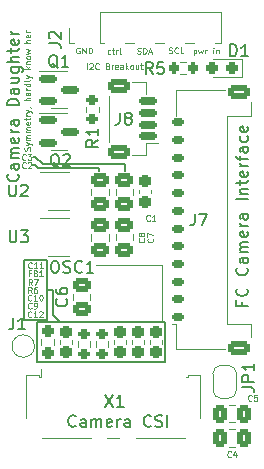
<source format=gbr>
%TF.GenerationSoftware,KiCad,Pcbnew,7.0.1*%
%TF.CreationDate,2024-03-13T19:30:43-07:00*%
%TF.ProjectId,camera_v1,63616d65-7261-45f7-9631-2e6b69636164,rev?*%
%TF.SameCoordinates,Original*%
%TF.FileFunction,Legend,Top*%
%TF.FilePolarity,Positive*%
%FSLAX46Y46*%
G04 Gerber Fmt 4.6, Leading zero omitted, Abs format (unit mm)*
G04 Created by KiCad (PCBNEW 7.0.1) date 2024-03-13 19:30:43*
%MOMM*%
%LPD*%
G01*
G04 APERTURE LIST*
G04 Aperture macros list*
%AMRoundRect*
0 Rectangle with rounded corners*
0 $1 Rounding radius*
0 $2 $3 $4 $5 $6 $7 $8 $9 X,Y pos of 4 corners*
0 Add a 4 corners polygon primitive as box body*
4,1,4,$2,$3,$4,$5,$6,$7,$8,$9,$2,$3,0*
0 Add four circle primitives for the rounded corners*
1,1,$1+$1,$2,$3*
1,1,$1+$1,$4,$5*
1,1,$1+$1,$6,$7*
1,1,$1+$1,$8,$9*
0 Add four rect primitives between the rounded corners*
20,1,$1+$1,$2,$3,$4,$5,0*
20,1,$1+$1,$4,$5,$6,$7,0*
20,1,$1+$1,$6,$7,$8,$9,0*
20,1,$1+$1,$8,$9,$2,$3,0*%
%AMFreePoly0*
4,1,19,0.500000,-0.750000,0.000000,-0.750000,0.000000,-0.744911,-0.071157,-0.744911,-0.207708,-0.704816,-0.327430,-0.627875,-0.420627,-0.520320,-0.479746,-0.390866,-0.500000,-0.250000,-0.500000,0.250000,-0.479746,0.390866,-0.420627,0.520320,-0.327430,0.627875,-0.207708,0.704816,-0.071157,0.744911,0.000000,0.744911,0.000000,0.750000,0.500000,0.750000,0.500000,-0.750000,0.500000,-0.750000,
$1*%
%AMFreePoly1*
4,1,19,0.000000,0.744911,0.071157,0.744911,0.207708,0.704816,0.327430,0.627875,0.420627,0.520320,0.479746,0.390866,0.500000,0.250000,0.500000,-0.250000,0.479746,-0.390866,0.420627,-0.520320,0.327430,-0.627875,0.207708,-0.704816,0.071157,-0.744911,0.000000,-0.744911,0.000000,-0.750000,-0.500000,-0.750000,-0.500000,0.750000,0.000000,0.750000,0.000000,0.744911,0.000000,0.744911,
$1*%
G04 Aperture macros list end*
%ADD10C,0.125000*%
%ADD11C,0.150000*%
%ADD12C,0.120000*%
%ADD13R,1.700000X1.700000*%
%ADD14O,1.700000X1.700000*%
%ADD15RoundRect,0.200000X-0.275000X0.200000X-0.275000X-0.200000X0.275000X-0.200000X0.275000X0.200000X0*%
%ADD16RoundRect,0.150000X-0.587500X-0.150000X0.587500X-0.150000X0.587500X0.150000X-0.587500X0.150000X0*%
%ADD17RoundRect,0.250000X-0.475000X0.337500X-0.475000X-0.337500X0.475000X-0.337500X0.475000X0.337500X0*%
%ADD18R,2.100000X1.800000*%
%ADD19FreePoly0,90.000000*%
%ADD20FreePoly1,90.000000*%
%ADD21RoundRect,0.237500X-0.237500X0.300000X-0.237500X-0.300000X0.237500X-0.300000X0.237500X0.300000X0*%
%ADD22RoundRect,0.250000X0.475000X-0.337500X0.475000X0.337500X-0.475000X0.337500X-0.475000X-0.337500X0*%
%ADD23RoundRect,0.237500X0.237500X-0.300000X0.237500X0.300000X-0.237500X0.300000X-0.237500X-0.300000X0*%
%ADD24RoundRect,0.250000X-0.337500X-0.475000X0.337500X-0.475000X0.337500X0.475000X-0.337500X0.475000X0*%
%ADD25RoundRect,0.150000X0.350000X-0.150000X0.350000X0.150000X-0.350000X0.150000X-0.350000X-0.150000X0*%
%ADD26RoundRect,0.250000X0.650000X-0.375000X0.650000X0.375000X-0.650000X0.375000X-0.650000X-0.375000X0*%
%ADD27RoundRect,0.200000X0.275000X-0.200000X0.275000X0.200000X-0.275000X0.200000X-0.275000X-0.200000X0*%
%ADD28R,1.560000X0.650000*%
%ADD29RoundRect,0.237500X-0.237500X0.250000X-0.237500X-0.250000X0.237500X-0.250000X0.237500X0.250000X0*%
%ADD30C,1.500000*%
%ADD31RoundRect,0.237500X0.287500X0.237500X-0.287500X0.237500X-0.287500X-0.237500X0.287500X-0.237500X0*%
%ADD32R,0.300000X0.800000*%
%ADD33R,1.220000X1.400000*%
%ADD34R,0.850000X1.400000*%
%ADD35RoundRect,0.150000X0.625000X-0.150000X0.625000X0.150000X-0.625000X0.150000X-0.625000X-0.150000X0*%
%ADD36RoundRect,0.250000X0.650000X-0.350000X0.650000X0.350000X-0.650000X0.350000X-0.650000X-0.350000X0*%
%ADD37RoundRect,0.200000X-0.200000X-0.275000X0.200000X-0.275000X0.200000X0.275000X-0.200000X0.275000X0*%
G04 APERTURE END LIST*
D10*
X149015000Y-116054761D02*
X149038809Y-115983333D01*
X149038809Y-115983333D02*
X149038809Y-115864285D01*
X149038809Y-115864285D02*
X149015000Y-115816666D01*
X149015000Y-115816666D02*
X148991190Y-115792857D01*
X148991190Y-115792857D02*
X148943571Y-115769047D01*
X148943571Y-115769047D02*
X148895952Y-115769047D01*
X148895952Y-115769047D02*
X148848333Y-115792857D01*
X148848333Y-115792857D02*
X148824523Y-115816666D01*
X148824523Y-115816666D02*
X148800714Y-115864285D01*
X148800714Y-115864285D02*
X148776904Y-115959523D01*
X148776904Y-115959523D02*
X148753095Y-116007142D01*
X148753095Y-116007142D02*
X148729285Y-116030952D01*
X148729285Y-116030952D02*
X148681666Y-116054761D01*
X148681666Y-116054761D02*
X148634047Y-116054761D01*
X148634047Y-116054761D02*
X148586428Y-116030952D01*
X148586428Y-116030952D02*
X148562619Y-116007142D01*
X148562619Y-116007142D02*
X148538809Y-115959523D01*
X148538809Y-115959523D02*
X148538809Y-115840476D01*
X148538809Y-115840476D02*
X148562619Y-115769047D01*
X148705476Y-115602381D02*
X149038809Y-115483333D01*
X148705476Y-115364286D02*
X149038809Y-115483333D01*
X149038809Y-115483333D02*
X149157857Y-115530952D01*
X149157857Y-115530952D02*
X149181666Y-115554762D01*
X149181666Y-115554762D02*
X149205476Y-115602381D01*
X149038809Y-115173810D02*
X148705476Y-115173810D01*
X148753095Y-115173810D02*
X148729285Y-115150000D01*
X148729285Y-115150000D02*
X148705476Y-115102381D01*
X148705476Y-115102381D02*
X148705476Y-115030953D01*
X148705476Y-115030953D02*
X148729285Y-114983334D01*
X148729285Y-114983334D02*
X148776904Y-114959524D01*
X148776904Y-114959524D02*
X149038809Y-114959524D01*
X148776904Y-114959524D02*
X148729285Y-114935715D01*
X148729285Y-114935715D02*
X148705476Y-114888096D01*
X148705476Y-114888096D02*
X148705476Y-114816667D01*
X148705476Y-114816667D02*
X148729285Y-114769048D01*
X148729285Y-114769048D02*
X148776904Y-114745238D01*
X148776904Y-114745238D02*
X149038809Y-114745238D01*
X149038809Y-114507143D02*
X148705476Y-114507143D01*
X148753095Y-114507143D02*
X148729285Y-114483333D01*
X148729285Y-114483333D02*
X148705476Y-114435714D01*
X148705476Y-114435714D02*
X148705476Y-114364286D01*
X148705476Y-114364286D02*
X148729285Y-114316667D01*
X148729285Y-114316667D02*
X148776904Y-114292857D01*
X148776904Y-114292857D02*
X149038809Y-114292857D01*
X148776904Y-114292857D02*
X148729285Y-114269048D01*
X148729285Y-114269048D02*
X148705476Y-114221429D01*
X148705476Y-114221429D02*
X148705476Y-114150000D01*
X148705476Y-114150000D02*
X148729285Y-114102381D01*
X148729285Y-114102381D02*
X148776904Y-114078571D01*
X148776904Y-114078571D02*
X149038809Y-114078571D01*
X149015000Y-113650000D02*
X149038809Y-113697619D01*
X149038809Y-113697619D02*
X149038809Y-113792857D01*
X149038809Y-113792857D02*
X149015000Y-113840476D01*
X149015000Y-113840476D02*
X148967380Y-113864285D01*
X148967380Y-113864285D02*
X148776904Y-113864285D01*
X148776904Y-113864285D02*
X148729285Y-113840476D01*
X148729285Y-113840476D02*
X148705476Y-113792857D01*
X148705476Y-113792857D02*
X148705476Y-113697619D01*
X148705476Y-113697619D02*
X148729285Y-113650000D01*
X148729285Y-113650000D02*
X148776904Y-113626190D01*
X148776904Y-113626190D02*
X148824523Y-113626190D01*
X148824523Y-113626190D02*
X148872142Y-113864285D01*
X148705476Y-113483333D02*
X148705476Y-113292857D01*
X148538809Y-113411905D02*
X148967380Y-113411905D01*
X148967380Y-113411905D02*
X149015000Y-113388095D01*
X149015000Y-113388095D02*
X149038809Y-113340476D01*
X149038809Y-113340476D02*
X149038809Y-113292857D01*
X149038809Y-113126191D02*
X148705476Y-113126191D01*
X148800714Y-113126191D02*
X148753095Y-113102381D01*
X148753095Y-113102381D02*
X148729285Y-113078572D01*
X148729285Y-113078572D02*
X148705476Y-113030953D01*
X148705476Y-113030953D02*
X148705476Y-112983334D01*
X148705476Y-112864286D02*
X149038809Y-112745238D01*
X148705476Y-112626191D02*
X149038809Y-112745238D01*
X149038809Y-112745238D02*
X149157857Y-112792857D01*
X149157857Y-112792857D02*
X149181666Y-112816667D01*
X149181666Y-112816667D02*
X149205476Y-112864286D01*
X149015000Y-112411905D02*
X149038809Y-112411905D01*
X149038809Y-112411905D02*
X149086428Y-112435715D01*
X149086428Y-112435715D02*
X149110238Y-112459524D01*
X149038809Y-111816668D02*
X148538809Y-111816668D01*
X149038809Y-111602382D02*
X148776904Y-111602382D01*
X148776904Y-111602382D02*
X148729285Y-111626192D01*
X148729285Y-111626192D02*
X148705476Y-111673811D01*
X148705476Y-111673811D02*
X148705476Y-111745239D01*
X148705476Y-111745239D02*
X148729285Y-111792858D01*
X148729285Y-111792858D02*
X148753095Y-111816668D01*
X149038809Y-111150001D02*
X148776904Y-111150001D01*
X148776904Y-111150001D02*
X148729285Y-111173811D01*
X148729285Y-111173811D02*
X148705476Y-111221430D01*
X148705476Y-111221430D02*
X148705476Y-111316668D01*
X148705476Y-111316668D02*
X148729285Y-111364287D01*
X149015000Y-111150001D02*
X149038809Y-111197620D01*
X149038809Y-111197620D02*
X149038809Y-111316668D01*
X149038809Y-111316668D02*
X149015000Y-111364287D01*
X149015000Y-111364287D02*
X148967380Y-111388096D01*
X148967380Y-111388096D02*
X148919761Y-111388096D01*
X148919761Y-111388096D02*
X148872142Y-111364287D01*
X148872142Y-111364287D02*
X148848333Y-111316668D01*
X148848333Y-111316668D02*
X148848333Y-111197620D01*
X148848333Y-111197620D02*
X148824523Y-111150001D01*
X149038809Y-110911906D02*
X148705476Y-110911906D01*
X148800714Y-110911906D02*
X148753095Y-110888096D01*
X148753095Y-110888096D02*
X148729285Y-110864287D01*
X148729285Y-110864287D02*
X148705476Y-110816668D01*
X148705476Y-110816668D02*
X148705476Y-110769049D01*
X149038809Y-110388096D02*
X148538809Y-110388096D01*
X149015000Y-110388096D02*
X149038809Y-110435715D01*
X149038809Y-110435715D02*
X149038809Y-110530953D01*
X149038809Y-110530953D02*
X149015000Y-110578572D01*
X149015000Y-110578572D02*
X148991190Y-110602382D01*
X148991190Y-110602382D02*
X148943571Y-110626191D01*
X148943571Y-110626191D02*
X148800714Y-110626191D01*
X148800714Y-110626191D02*
X148753095Y-110602382D01*
X148753095Y-110602382D02*
X148729285Y-110578572D01*
X148729285Y-110578572D02*
X148705476Y-110530953D01*
X148705476Y-110530953D02*
X148705476Y-110435715D01*
X148705476Y-110435715D02*
X148729285Y-110388096D01*
X149038809Y-110078572D02*
X149015000Y-110126191D01*
X149015000Y-110126191D02*
X148967380Y-110150001D01*
X148967380Y-110150001D02*
X148538809Y-110150001D01*
X148705476Y-109935715D02*
X149038809Y-109816667D01*
X148705476Y-109697620D02*
X149038809Y-109816667D01*
X149038809Y-109816667D02*
X149157857Y-109864286D01*
X149157857Y-109864286D02*
X149181666Y-109888096D01*
X149181666Y-109888096D02*
X149205476Y-109935715D01*
X149038809Y-109126192D02*
X148538809Y-109126192D01*
X148848333Y-109078573D02*
X149038809Y-108935716D01*
X148705476Y-108935716D02*
X148895952Y-109126192D01*
X148705476Y-108721430D02*
X149038809Y-108721430D01*
X148753095Y-108721430D02*
X148729285Y-108697620D01*
X148729285Y-108697620D02*
X148705476Y-108650001D01*
X148705476Y-108650001D02*
X148705476Y-108578573D01*
X148705476Y-108578573D02*
X148729285Y-108530954D01*
X148729285Y-108530954D02*
X148776904Y-108507144D01*
X148776904Y-108507144D02*
X149038809Y-108507144D01*
X149038809Y-108197620D02*
X149015000Y-108245239D01*
X149015000Y-108245239D02*
X148991190Y-108269049D01*
X148991190Y-108269049D02*
X148943571Y-108292858D01*
X148943571Y-108292858D02*
X148800714Y-108292858D01*
X148800714Y-108292858D02*
X148753095Y-108269049D01*
X148753095Y-108269049D02*
X148729285Y-108245239D01*
X148729285Y-108245239D02*
X148705476Y-108197620D01*
X148705476Y-108197620D02*
X148705476Y-108126192D01*
X148705476Y-108126192D02*
X148729285Y-108078573D01*
X148729285Y-108078573D02*
X148753095Y-108054763D01*
X148753095Y-108054763D02*
X148800714Y-108030954D01*
X148800714Y-108030954D02*
X148943571Y-108030954D01*
X148943571Y-108030954D02*
X148991190Y-108054763D01*
X148991190Y-108054763D02*
X149015000Y-108078573D01*
X149015000Y-108078573D02*
X149038809Y-108126192D01*
X149038809Y-108126192D02*
X149038809Y-108197620D01*
X148705476Y-107864287D02*
X149038809Y-107769049D01*
X149038809Y-107769049D02*
X148800714Y-107673811D01*
X148800714Y-107673811D02*
X149038809Y-107578573D01*
X149038809Y-107578573D02*
X148705476Y-107483335D01*
X149038809Y-106911906D02*
X148538809Y-106911906D01*
X149038809Y-106697620D02*
X148776904Y-106697620D01*
X148776904Y-106697620D02*
X148729285Y-106721430D01*
X148729285Y-106721430D02*
X148705476Y-106769049D01*
X148705476Y-106769049D02*
X148705476Y-106840477D01*
X148705476Y-106840477D02*
X148729285Y-106888096D01*
X148729285Y-106888096D02*
X148753095Y-106911906D01*
X149015000Y-106269049D02*
X149038809Y-106316668D01*
X149038809Y-106316668D02*
X149038809Y-106411906D01*
X149038809Y-106411906D02*
X149015000Y-106459525D01*
X149015000Y-106459525D02*
X148967380Y-106483334D01*
X148967380Y-106483334D02*
X148776904Y-106483334D01*
X148776904Y-106483334D02*
X148729285Y-106459525D01*
X148729285Y-106459525D02*
X148705476Y-106411906D01*
X148705476Y-106411906D02*
X148705476Y-106316668D01*
X148705476Y-106316668D02*
X148729285Y-106269049D01*
X148729285Y-106269049D02*
X148776904Y-106245239D01*
X148776904Y-106245239D02*
X148824523Y-106245239D01*
X148824523Y-106245239D02*
X148872142Y-106483334D01*
X149038809Y-106030954D02*
X148705476Y-106030954D01*
X148800714Y-106030954D02*
X148753095Y-106007144D01*
X148753095Y-106007144D02*
X148729285Y-105983335D01*
X148729285Y-105983335D02*
X148705476Y-105935716D01*
X148705476Y-105935716D02*
X148705476Y-105888097D01*
X162869047Y-107505476D02*
X162869047Y-108005476D01*
X162869047Y-107529285D02*
X162916666Y-107505476D01*
X162916666Y-107505476D02*
X163011904Y-107505476D01*
X163011904Y-107505476D02*
X163059523Y-107529285D01*
X163059523Y-107529285D02*
X163083333Y-107553095D01*
X163083333Y-107553095D02*
X163107142Y-107600714D01*
X163107142Y-107600714D02*
X163107142Y-107743571D01*
X163107142Y-107743571D02*
X163083333Y-107791190D01*
X163083333Y-107791190D02*
X163059523Y-107815000D01*
X163059523Y-107815000D02*
X163011904Y-107838809D01*
X163011904Y-107838809D02*
X162916666Y-107838809D01*
X162916666Y-107838809D02*
X162869047Y-107815000D01*
X163273809Y-107505476D02*
X163369047Y-107838809D01*
X163369047Y-107838809D02*
X163464285Y-107600714D01*
X163464285Y-107600714D02*
X163559523Y-107838809D01*
X163559523Y-107838809D02*
X163654761Y-107505476D01*
X163845238Y-107838809D02*
X163845238Y-107505476D01*
X163845238Y-107600714D02*
X163869048Y-107553095D01*
X163869048Y-107553095D02*
X163892857Y-107529285D01*
X163892857Y-107529285D02*
X163940476Y-107505476D01*
X163940476Y-107505476D02*
X163988095Y-107505476D01*
X164535714Y-107838809D02*
X164535714Y-107505476D01*
X164535714Y-107338809D02*
X164511905Y-107362619D01*
X164511905Y-107362619D02*
X164535714Y-107386428D01*
X164535714Y-107386428D02*
X164559524Y-107362619D01*
X164559524Y-107362619D02*
X164535714Y-107338809D01*
X164535714Y-107338809D02*
X164535714Y-107386428D01*
X164773809Y-107505476D02*
X164773809Y-107838809D01*
X164773809Y-107553095D02*
X164797619Y-107529285D01*
X164797619Y-107529285D02*
X164845238Y-107505476D01*
X164845238Y-107505476D02*
X164916666Y-107505476D01*
X164916666Y-107505476D02*
X164964285Y-107529285D01*
X164964285Y-107529285D02*
X164988095Y-107576904D01*
X164988095Y-107576904D02*
X164988095Y-107838809D01*
D11*
X148530000Y-125320000D02*
X150450000Y-125320000D01*
X150450000Y-130440000D01*
X148530000Y-130440000D01*
X148530000Y-125320000D01*
X157100000Y-117200000D02*
X157100000Y-117760000D01*
X149590000Y-130590000D02*
X160460000Y-130590000D01*
X160460000Y-133940000D01*
X149590000Y-133940000D01*
X149590000Y-130590000D01*
X154860000Y-117570000D02*
X154860000Y-117760000D01*
X150090000Y-117200000D02*
X157100000Y-117200000D01*
X149260000Y-116590000D02*
X149480000Y-116590000D01*
X150450000Y-127880000D02*
X150960000Y-127880000D01*
X150960000Y-130020000D02*
X151530000Y-130590000D01*
X149480000Y-116590000D02*
X150090000Y-117200000D01*
X149220000Y-117280000D02*
X149430000Y-117280000D01*
X149430000Y-117280000D02*
X149720000Y-117570000D01*
X149720000Y-117570000D02*
X154860000Y-117570000D01*
X150960000Y-127880000D02*
X150960000Y-130020000D01*
X166943809Y-128848571D02*
X166943809Y-129181904D01*
X167467619Y-129181904D02*
X166467619Y-129181904D01*
X166467619Y-129181904D02*
X166467619Y-128705714D01*
X167372380Y-127753333D02*
X167420000Y-127800952D01*
X167420000Y-127800952D02*
X167467619Y-127943809D01*
X167467619Y-127943809D02*
X167467619Y-128039047D01*
X167467619Y-128039047D02*
X167420000Y-128181904D01*
X167420000Y-128181904D02*
X167324761Y-128277142D01*
X167324761Y-128277142D02*
X167229523Y-128324761D01*
X167229523Y-128324761D02*
X167039047Y-128372380D01*
X167039047Y-128372380D02*
X166896190Y-128372380D01*
X166896190Y-128372380D02*
X166705714Y-128324761D01*
X166705714Y-128324761D02*
X166610476Y-128277142D01*
X166610476Y-128277142D02*
X166515238Y-128181904D01*
X166515238Y-128181904D02*
X166467619Y-128039047D01*
X166467619Y-128039047D02*
X166467619Y-127943809D01*
X166467619Y-127943809D02*
X166515238Y-127800952D01*
X166515238Y-127800952D02*
X166562857Y-127753333D01*
X167372380Y-125991428D02*
X167420000Y-126039047D01*
X167420000Y-126039047D02*
X167467619Y-126181904D01*
X167467619Y-126181904D02*
X167467619Y-126277142D01*
X167467619Y-126277142D02*
X167420000Y-126419999D01*
X167420000Y-126419999D02*
X167324761Y-126515237D01*
X167324761Y-126515237D02*
X167229523Y-126562856D01*
X167229523Y-126562856D02*
X167039047Y-126610475D01*
X167039047Y-126610475D02*
X166896190Y-126610475D01*
X166896190Y-126610475D02*
X166705714Y-126562856D01*
X166705714Y-126562856D02*
X166610476Y-126515237D01*
X166610476Y-126515237D02*
X166515238Y-126419999D01*
X166515238Y-126419999D02*
X166467619Y-126277142D01*
X166467619Y-126277142D02*
X166467619Y-126181904D01*
X166467619Y-126181904D02*
X166515238Y-126039047D01*
X166515238Y-126039047D02*
X166562857Y-125991428D01*
X167467619Y-125134285D02*
X166943809Y-125134285D01*
X166943809Y-125134285D02*
X166848571Y-125181904D01*
X166848571Y-125181904D02*
X166800952Y-125277142D01*
X166800952Y-125277142D02*
X166800952Y-125467618D01*
X166800952Y-125467618D02*
X166848571Y-125562856D01*
X167420000Y-125134285D02*
X167467619Y-125229523D01*
X167467619Y-125229523D02*
X167467619Y-125467618D01*
X167467619Y-125467618D02*
X167420000Y-125562856D01*
X167420000Y-125562856D02*
X167324761Y-125610475D01*
X167324761Y-125610475D02*
X167229523Y-125610475D01*
X167229523Y-125610475D02*
X167134285Y-125562856D01*
X167134285Y-125562856D02*
X167086666Y-125467618D01*
X167086666Y-125467618D02*
X167086666Y-125229523D01*
X167086666Y-125229523D02*
X167039047Y-125134285D01*
X167467619Y-124658094D02*
X166800952Y-124658094D01*
X166896190Y-124658094D02*
X166848571Y-124610475D01*
X166848571Y-124610475D02*
X166800952Y-124515237D01*
X166800952Y-124515237D02*
X166800952Y-124372380D01*
X166800952Y-124372380D02*
X166848571Y-124277142D01*
X166848571Y-124277142D02*
X166943809Y-124229523D01*
X166943809Y-124229523D02*
X167467619Y-124229523D01*
X166943809Y-124229523D02*
X166848571Y-124181904D01*
X166848571Y-124181904D02*
X166800952Y-124086666D01*
X166800952Y-124086666D02*
X166800952Y-123943809D01*
X166800952Y-123943809D02*
X166848571Y-123848570D01*
X166848571Y-123848570D02*
X166943809Y-123800951D01*
X166943809Y-123800951D02*
X167467619Y-123800951D01*
X167420000Y-122943809D02*
X167467619Y-123039047D01*
X167467619Y-123039047D02*
X167467619Y-123229523D01*
X167467619Y-123229523D02*
X167420000Y-123324761D01*
X167420000Y-123324761D02*
X167324761Y-123372380D01*
X167324761Y-123372380D02*
X166943809Y-123372380D01*
X166943809Y-123372380D02*
X166848571Y-123324761D01*
X166848571Y-123324761D02*
X166800952Y-123229523D01*
X166800952Y-123229523D02*
X166800952Y-123039047D01*
X166800952Y-123039047D02*
X166848571Y-122943809D01*
X166848571Y-122943809D02*
X166943809Y-122896190D01*
X166943809Y-122896190D02*
X167039047Y-122896190D01*
X167039047Y-122896190D02*
X167134285Y-123372380D01*
X167467619Y-122467618D02*
X166800952Y-122467618D01*
X166991428Y-122467618D02*
X166896190Y-122419999D01*
X166896190Y-122419999D02*
X166848571Y-122372380D01*
X166848571Y-122372380D02*
X166800952Y-122277142D01*
X166800952Y-122277142D02*
X166800952Y-122181904D01*
X167467619Y-121419999D02*
X166943809Y-121419999D01*
X166943809Y-121419999D02*
X166848571Y-121467618D01*
X166848571Y-121467618D02*
X166800952Y-121562856D01*
X166800952Y-121562856D02*
X166800952Y-121753332D01*
X166800952Y-121753332D02*
X166848571Y-121848570D01*
X167420000Y-121419999D02*
X167467619Y-121515237D01*
X167467619Y-121515237D02*
X167467619Y-121753332D01*
X167467619Y-121753332D02*
X167420000Y-121848570D01*
X167420000Y-121848570D02*
X167324761Y-121896189D01*
X167324761Y-121896189D02*
X167229523Y-121896189D01*
X167229523Y-121896189D02*
X167134285Y-121848570D01*
X167134285Y-121848570D02*
X167086666Y-121753332D01*
X167086666Y-121753332D02*
X167086666Y-121515237D01*
X167086666Y-121515237D02*
X167039047Y-121419999D01*
X167467619Y-120181903D02*
X166467619Y-120181903D01*
X166800952Y-119705713D02*
X167467619Y-119705713D01*
X166896190Y-119705713D02*
X166848571Y-119658094D01*
X166848571Y-119658094D02*
X166800952Y-119562856D01*
X166800952Y-119562856D02*
X166800952Y-119419999D01*
X166800952Y-119419999D02*
X166848571Y-119324761D01*
X166848571Y-119324761D02*
X166943809Y-119277142D01*
X166943809Y-119277142D02*
X167467619Y-119277142D01*
X166800952Y-118943808D02*
X166800952Y-118562856D01*
X166467619Y-118800951D02*
X167324761Y-118800951D01*
X167324761Y-118800951D02*
X167420000Y-118753332D01*
X167420000Y-118753332D02*
X167467619Y-118658094D01*
X167467619Y-118658094D02*
X167467619Y-118562856D01*
X167420000Y-117848570D02*
X167467619Y-117943808D01*
X167467619Y-117943808D02*
X167467619Y-118134284D01*
X167467619Y-118134284D02*
X167420000Y-118229522D01*
X167420000Y-118229522D02*
X167324761Y-118277141D01*
X167324761Y-118277141D02*
X166943809Y-118277141D01*
X166943809Y-118277141D02*
X166848571Y-118229522D01*
X166848571Y-118229522D02*
X166800952Y-118134284D01*
X166800952Y-118134284D02*
X166800952Y-117943808D01*
X166800952Y-117943808D02*
X166848571Y-117848570D01*
X166848571Y-117848570D02*
X166943809Y-117800951D01*
X166943809Y-117800951D02*
X167039047Y-117800951D01*
X167039047Y-117800951D02*
X167134285Y-118277141D01*
X167467619Y-117372379D02*
X166800952Y-117372379D01*
X166991428Y-117372379D02*
X166896190Y-117324760D01*
X166896190Y-117324760D02*
X166848571Y-117277141D01*
X166848571Y-117277141D02*
X166800952Y-117181903D01*
X166800952Y-117181903D02*
X166800952Y-117086665D01*
X166800952Y-116896188D02*
X166800952Y-116515236D01*
X167467619Y-116753331D02*
X166610476Y-116753331D01*
X166610476Y-116753331D02*
X166515238Y-116705712D01*
X166515238Y-116705712D02*
X166467619Y-116610474D01*
X166467619Y-116610474D02*
X166467619Y-116515236D01*
X167467619Y-115753331D02*
X166943809Y-115753331D01*
X166943809Y-115753331D02*
X166848571Y-115800950D01*
X166848571Y-115800950D02*
X166800952Y-115896188D01*
X166800952Y-115896188D02*
X166800952Y-116086664D01*
X166800952Y-116086664D02*
X166848571Y-116181902D01*
X167420000Y-115753331D02*
X167467619Y-115848569D01*
X167467619Y-115848569D02*
X167467619Y-116086664D01*
X167467619Y-116086664D02*
X167420000Y-116181902D01*
X167420000Y-116181902D02*
X167324761Y-116229521D01*
X167324761Y-116229521D02*
X167229523Y-116229521D01*
X167229523Y-116229521D02*
X167134285Y-116181902D01*
X167134285Y-116181902D02*
X167086666Y-116086664D01*
X167086666Y-116086664D02*
X167086666Y-115848569D01*
X167086666Y-115848569D02*
X167039047Y-115753331D01*
X167420000Y-114848569D02*
X167467619Y-114943807D01*
X167467619Y-114943807D02*
X167467619Y-115134283D01*
X167467619Y-115134283D02*
X167420000Y-115229521D01*
X167420000Y-115229521D02*
X167372380Y-115277140D01*
X167372380Y-115277140D02*
X167277142Y-115324759D01*
X167277142Y-115324759D02*
X166991428Y-115324759D01*
X166991428Y-115324759D02*
X166896190Y-115277140D01*
X166896190Y-115277140D02*
X166848571Y-115229521D01*
X166848571Y-115229521D02*
X166800952Y-115134283D01*
X166800952Y-115134283D02*
X166800952Y-114943807D01*
X166800952Y-114943807D02*
X166848571Y-114848569D01*
X167420000Y-114039045D02*
X167467619Y-114134283D01*
X167467619Y-114134283D02*
X167467619Y-114324759D01*
X167467619Y-114324759D02*
X167420000Y-114419997D01*
X167420000Y-114419997D02*
X167324761Y-114467616D01*
X167324761Y-114467616D02*
X166943809Y-114467616D01*
X166943809Y-114467616D02*
X166848571Y-114419997D01*
X166848571Y-114419997D02*
X166800952Y-114324759D01*
X166800952Y-114324759D02*
X166800952Y-114134283D01*
X166800952Y-114134283D02*
X166848571Y-114039045D01*
X166848571Y-114039045D02*
X166943809Y-113991426D01*
X166943809Y-113991426D02*
X167039047Y-113991426D01*
X167039047Y-113991426D02*
X167134285Y-114467616D01*
D10*
X160775238Y-107785000D02*
X160846666Y-107808809D01*
X160846666Y-107808809D02*
X160965714Y-107808809D01*
X160965714Y-107808809D02*
X161013333Y-107785000D01*
X161013333Y-107785000D02*
X161037142Y-107761190D01*
X161037142Y-107761190D02*
X161060952Y-107713571D01*
X161060952Y-107713571D02*
X161060952Y-107665952D01*
X161060952Y-107665952D02*
X161037142Y-107618333D01*
X161037142Y-107618333D02*
X161013333Y-107594523D01*
X161013333Y-107594523D02*
X160965714Y-107570714D01*
X160965714Y-107570714D02*
X160870476Y-107546904D01*
X160870476Y-107546904D02*
X160822857Y-107523095D01*
X160822857Y-107523095D02*
X160799047Y-107499285D01*
X160799047Y-107499285D02*
X160775238Y-107451666D01*
X160775238Y-107451666D02*
X160775238Y-107404047D01*
X160775238Y-107404047D02*
X160799047Y-107356428D01*
X160799047Y-107356428D02*
X160822857Y-107332619D01*
X160822857Y-107332619D02*
X160870476Y-107308809D01*
X160870476Y-107308809D02*
X160989523Y-107308809D01*
X160989523Y-107308809D02*
X161060952Y-107332619D01*
X161560951Y-107761190D02*
X161537142Y-107785000D01*
X161537142Y-107785000D02*
X161465713Y-107808809D01*
X161465713Y-107808809D02*
X161418094Y-107808809D01*
X161418094Y-107808809D02*
X161346666Y-107785000D01*
X161346666Y-107785000D02*
X161299047Y-107737380D01*
X161299047Y-107737380D02*
X161275237Y-107689761D01*
X161275237Y-107689761D02*
X161251428Y-107594523D01*
X161251428Y-107594523D02*
X161251428Y-107523095D01*
X161251428Y-107523095D02*
X161275237Y-107427857D01*
X161275237Y-107427857D02*
X161299047Y-107380238D01*
X161299047Y-107380238D02*
X161346666Y-107332619D01*
X161346666Y-107332619D02*
X161418094Y-107308809D01*
X161418094Y-107308809D02*
X161465713Y-107308809D01*
X161465713Y-107308809D02*
X161537142Y-107332619D01*
X161537142Y-107332619D02*
X161560951Y-107356428D01*
X162013332Y-107808809D02*
X161775237Y-107808809D01*
X161775237Y-107808809D02*
X161775237Y-107308809D01*
X153839047Y-109158809D02*
X153839047Y-108658809D01*
X154053333Y-108706428D02*
X154077142Y-108682619D01*
X154077142Y-108682619D02*
X154124761Y-108658809D01*
X154124761Y-108658809D02*
X154243809Y-108658809D01*
X154243809Y-108658809D02*
X154291428Y-108682619D01*
X154291428Y-108682619D02*
X154315237Y-108706428D01*
X154315237Y-108706428D02*
X154339047Y-108754047D01*
X154339047Y-108754047D02*
X154339047Y-108801666D01*
X154339047Y-108801666D02*
X154315237Y-108873095D01*
X154315237Y-108873095D02*
X154029523Y-109158809D01*
X154029523Y-109158809D02*
X154339047Y-109158809D01*
X154839046Y-109111190D02*
X154815237Y-109135000D01*
X154815237Y-109135000D02*
X154743808Y-109158809D01*
X154743808Y-109158809D02*
X154696189Y-109158809D01*
X154696189Y-109158809D02*
X154624761Y-109135000D01*
X154624761Y-109135000D02*
X154577142Y-109087380D01*
X154577142Y-109087380D02*
X154553332Y-109039761D01*
X154553332Y-109039761D02*
X154529523Y-108944523D01*
X154529523Y-108944523D02*
X154529523Y-108873095D01*
X154529523Y-108873095D02*
X154553332Y-108777857D01*
X154553332Y-108777857D02*
X154577142Y-108730238D01*
X154577142Y-108730238D02*
X154624761Y-108682619D01*
X154624761Y-108682619D02*
X154696189Y-108658809D01*
X154696189Y-108658809D02*
X154743808Y-108658809D01*
X154743808Y-108658809D02*
X154815237Y-108682619D01*
X154815237Y-108682619D02*
X154839046Y-108706428D01*
X155600951Y-108896904D02*
X155672379Y-108920714D01*
X155672379Y-108920714D02*
X155696189Y-108944523D01*
X155696189Y-108944523D02*
X155719998Y-108992142D01*
X155719998Y-108992142D02*
X155719998Y-109063571D01*
X155719998Y-109063571D02*
X155696189Y-109111190D01*
X155696189Y-109111190D02*
X155672379Y-109135000D01*
X155672379Y-109135000D02*
X155624760Y-109158809D01*
X155624760Y-109158809D02*
X155434284Y-109158809D01*
X155434284Y-109158809D02*
X155434284Y-108658809D01*
X155434284Y-108658809D02*
X155600951Y-108658809D01*
X155600951Y-108658809D02*
X155648570Y-108682619D01*
X155648570Y-108682619D02*
X155672379Y-108706428D01*
X155672379Y-108706428D02*
X155696189Y-108754047D01*
X155696189Y-108754047D02*
X155696189Y-108801666D01*
X155696189Y-108801666D02*
X155672379Y-108849285D01*
X155672379Y-108849285D02*
X155648570Y-108873095D01*
X155648570Y-108873095D02*
X155600951Y-108896904D01*
X155600951Y-108896904D02*
X155434284Y-108896904D01*
X155934284Y-109158809D02*
X155934284Y-108825476D01*
X155934284Y-108920714D02*
X155958094Y-108873095D01*
X155958094Y-108873095D02*
X155981903Y-108849285D01*
X155981903Y-108849285D02*
X156029522Y-108825476D01*
X156029522Y-108825476D02*
X156077141Y-108825476D01*
X156434284Y-109135000D02*
X156386665Y-109158809D01*
X156386665Y-109158809D02*
X156291427Y-109158809D01*
X156291427Y-109158809D02*
X156243808Y-109135000D01*
X156243808Y-109135000D02*
X156219999Y-109087380D01*
X156219999Y-109087380D02*
X156219999Y-108896904D01*
X156219999Y-108896904D02*
X156243808Y-108849285D01*
X156243808Y-108849285D02*
X156291427Y-108825476D01*
X156291427Y-108825476D02*
X156386665Y-108825476D01*
X156386665Y-108825476D02*
X156434284Y-108849285D01*
X156434284Y-108849285D02*
X156458094Y-108896904D01*
X156458094Y-108896904D02*
X156458094Y-108944523D01*
X156458094Y-108944523D02*
X156219999Y-108992142D01*
X156886665Y-109158809D02*
X156886665Y-108896904D01*
X156886665Y-108896904D02*
X156862855Y-108849285D01*
X156862855Y-108849285D02*
X156815236Y-108825476D01*
X156815236Y-108825476D02*
X156719998Y-108825476D01*
X156719998Y-108825476D02*
X156672379Y-108849285D01*
X156886665Y-109135000D02*
X156839046Y-109158809D01*
X156839046Y-109158809D02*
X156719998Y-109158809D01*
X156719998Y-109158809D02*
X156672379Y-109135000D01*
X156672379Y-109135000D02*
X156648570Y-109087380D01*
X156648570Y-109087380D02*
X156648570Y-109039761D01*
X156648570Y-109039761D02*
X156672379Y-108992142D01*
X156672379Y-108992142D02*
X156719998Y-108968333D01*
X156719998Y-108968333D02*
X156839046Y-108968333D01*
X156839046Y-108968333D02*
X156886665Y-108944523D01*
X157124760Y-109158809D02*
X157124760Y-108658809D01*
X157172379Y-108968333D02*
X157315236Y-109158809D01*
X157315236Y-108825476D02*
X157124760Y-109015952D01*
X157600951Y-109158809D02*
X157553332Y-109135000D01*
X157553332Y-109135000D02*
X157529522Y-109111190D01*
X157529522Y-109111190D02*
X157505713Y-109063571D01*
X157505713Y-109063571D02*
X157505713Y-108920714D01*
X157505713Y-108920714D02*
X157529522Y-108873095D01*
X157529522Y-108873095D02*
X157553332Y-108849285D01*
X157553332Y-108849285D02*
X157600951Y-108825476D01*
X157600951Y-108825476D02*
X157672379Y-108825476D01*
X157672379Y-108825476D02*
X157719998Y-108849285D01*
X157719998Y-108849285D02*
X157743808Y-108873095D01*
X157743808Y-108873095D02*
X157767617Y-108920714D01*
X157767617Y-108920714D02*
X157767617Y-109063571D01*
X157767617Y-109063571D02*
X157743808Y-109111190D01*
X157743808Y-109111190D02*
X157719998Y-109135000D01*
X157719998Y-109135000D02*
X157672379Y-109158809D01*
X157672379Y-109158809D02*
X157600951Y-109158809D01*
X158196189Y-108825476D02*
X158196189Y-109158809D01*
X157981903Y-108825476D02*
X157981903Y-109087380D01*
X157981903Y-109087380D02*
X158005713Y-109135000D01*
X158005713Y-109135000D02*
X158053332Y-109158809D01*
X158053332Y-109158809D02*
X158124760Y-109158809D01*
X158124760Y-109158809D02*
X158172379Y-109135000D01*
X158172379Y-109135000D02*
X158196189Y-109111190D01*
X158362856Y-108825476D02*
X158553332Y-108825476D01*
X158434284Y-108658809D02*
X158434284Y-109087380D01*
X158434284Y-109087380D02*
X158458094Y-109135000D01*
X158458094Y-109135000D02*
X158505713Y-109158809D01*
X158505713Y-109158809D02*
X158553332Y-109158809D01*
D11*
X152879523Y-139372380D02*
X152831904Y-139420000D01*
X152831904Y-139420000D02*
X152689047Y-139467619D01*
X152689047Y-139467619D02*
X152593809Y-139467619D01*
X152593809Y-139467619D02*
X152450952Y-139420000D01*
X152450952Y-139420000D02*
X152355714Y-139324761D01*
X152355714Y-139324761D02*
X152308095Y-139229523D01*
X152308095Y-139229523D02*
X152260476Y-139039047D01*
X152260476Y-139039047D02*
X152260476Y-138896190D01*
X152260476Y-138896190D02*
X152308095Y-138705714D01*
X152308095Y-138705714D02*
X152355714Y-138610476D01*
X152355714Y-138610476D02*
X152450952Y-138515238D01*
X152450952Y-138515238D02*
X152593809Y-138467619D01*
X152593809Y-138467619D02*
X152689047Y-138467619D01*
X152689047Y-138467619D02*
X152831904Y-138515238D01*
X152831904Y-138515238D02*
X152879523Y-138562857D01*
X153736666Y-139467619D02*
X153736666Y-138943809D01*
X153736666Y-138943809D02*
X153689047Y-138848571D01*
X153689047Y-138848571D02*
X153593809Y-138800952D01*
X153593809Y-138800952D02*
X153403333Y-138800952D01*
X153403333Y-138800952D02*
X153308095Y-138848571D01*
X153736666Y-139420000D02*
X153641428Y-139467619D01*
X153641428Y-139467619D02*
X153403333Y-139467619D01*
X153403333Y-139467619D02*
X153308095Y-139420000D01*
X153308095Y-139420000D02*
X153260476Y-139324761D01*
X153260476Y-139324761D02*
X153260476Y-139229523D01*
X153260476Y-139229523D02*
X153308095Y-139134285D01*
X153308095Y-139134285D02*
X153403333Y-139086666D01*
X153403333Y-139086666D02*
X153641428Y-139086666D01*
X153641428Y-139086666D02*
X153736666Y-139039047D01*
X154212857Y-139467619D02*
X154212857Y-138800952D01*
X154212857Y-138896190D02*
X154260476Y-138848571D01*
X154260476Y-138848571D02*
X154355714Y-138800952D01*
X154355714Y-138800952D02*
X154498571Y-138800952D01*
X154498571Y-138800952D02*
X154593809Y-138848571D01*
X154593809Y-138848571D02*
X154641428Y-138943809D01*
X154641428Y-138943809D02*
X154641428Y-139467619D01*
X154641428Y-138943809D02*
X154689047Y-138848571D01*
X154689047Y-138848571D02*
X154784285Y-138800952D01*
X154784285Y-138800952D02*
X154927142Y-138800952D01*
X154927142Y-138800952D02*
X155022381Y-138848571D01*
X155022381Y-138848571D02*
X155070000Y-138943809D01*
X155070000Y-138943809D02*
X155070000Y-139467619D01*
X155927142Y-139420000D02*
X155831904Y-139467619D01*
X155831904Y-139467619D02*
X155641428Y-139467619D01*
X155641428Y-139467619D02*
X155546190Y-139420000D01*
X155546190Y-139420000D02*
X155498571Y-139324761D01*
X155498571Y-139324761D02*
X155498571Y-138943809D01*
X155498571Y-138943809D02*
X155546190Y-138848571D01*
X155546190Y-138848571D02*
X155641428Y-138800952D01*
X155641428Y-138800952D02*
X155831904Y-138800952D01*
X155831904Y-138800952D02*
X155927142Y-138848571D01*
X155927142Y-138848571D02*
X155974761Y-138943809D01*
X155974761Y-138943809D02*
X155974761Y-139039047D01*
X155974761Y-139039047D02*
X155498571Y-139134285D01*
X156403333Y-139467619D02*
X156403333Y-138800952D01*
X156403333Y-138991428D02*
X156450952Y-138896190D01*
X156450952Y-138896190D02*
X156498571Y-138848571D01*
X156498571Y-138848571D02*
X156593809Y-138800952D01*
X156593809Y-138800952D02*
X156689047Y-138800952D01*
X157450952Y-139467619D02*
X157450952Y-138943809D01*
X157450952Y-138943809D02*
X157403333Y-138848571D01*
X157403333Y-138848571D02*
X157308095Y-138800952D01*
X157308095Y-138800952D02*
X157117619Y-138800952D01*
X157117619Y-138800952D02*
X157022381Y-138848571D01*
X157450952Y-139420000D02*
X157355714Y-139467619D01*
X157355714Y-139467619D02*
X157117619Y-139467619D01*
X157117619Y-139467619D02*
X157022381Y-139420000D01*
X157022381Y-139420000D02*
X156974762Y-139324761D01*
X156974762Y-139324761D02*
X156974762Y-139229523D01*
X156974762Y-139229523D02*
X157022381Y-139134285D01*
X157022381Y-139134285D02*
X157117619Y-139086666D01*
X157117619Y-139086666D02*
X157355714Y-139086666D01*
X157355714Y-139086666D02*
X157450952Y-139039047D01*
X159260476Y-139372380D02*
X159212857Y-139420000D01*
X159212857Y-139420000D02*
X159070000Y-139467619D01*
X159070000Y-139467619D02*
X158974762Y-139467619D01*
X158974762Y-139467619D02*
X158831905Y-139420000D01*
X158831905Y-139420000D02*
X158736667Y-139324761D01*
X158736667Y-139324761D02*
X158689048Y-139229523D01*
X158689048Y-139229523D02*
X158641429Y-139039047D01*
X158641429Y-139039047D02*
X158641429Y-138896190D01*
X158641429Y-138896190D02*
X158689048Y-138705714D01*
X158689048Y-138705714D02*
X158736667Y-138610476D01*
X158736667Y-138610476D02*
X158831905Y-138515238D01*
X158831905Y-138515238D02*
X158974762Y-138467619D01*
X158974762Y-138467619D02*
X159070000Y-138467619D01*
X159070000Y-138467619D02*
X159212857Y-138515238D01*
X159212857Y-138515238D02*
X159260476Y-138562857D01*
X159641429Y-139420000D02*
X159784286Y-139467619D01*
X159784286Y-139467619D02*
X160022381Y-139467619D01*
X160022381Y-139467619D02*
X160117619Y-139420000D01*
X160117619Y-139420000D02*
X160165238Y-139372380D01*
X160165238Y-139372380D02*
X160212857Y-139277142D01*
X160212857Y-139277142D02*
X160212857Y-139181904D01*
X160212857Y-139181904D02*
X160165238Y-139086666D01*
X160165238Y-139086666D02*
X160117619Y-139039047D01*
X160117619Y-139039047D02*
X160022381Y-138991428D01*
X160022381Y-138991428D02*
X159831905Y-138943809D01*
X159831905Y-138943809D02*
X159736667Y-138896190D01*
X159736667Y-138896190D02*
X159689048Y-138848571D01*
X159689048Y-138848571D02*
X159641429Y-138753333D01*
X159641429Y-138753333D02*
X159641429Y-138658095D01*
X159641429Y-138658095D02*
X159689048Y-138562857D01*
X159689048Y-138562857D02*
X159736667Y-138515238D01*
X159736667Y-138515238D02*
X159831905Y-138467619D01*
X159831905Y-138467619D02*
X160070000Y-138467619D01*
X160070000Y-138467619D02*
X160212857Y-138515238D01*
X160641429Y-139467619D02*
X160641429Y-138467619D01*
D10*
X153210952Y-107362619D02*
X153163333Y-107338809D01*
X153163333Y-107338809D02*
X153091904Y-107338809D01*
X153091904Y-107338809D02*
X153020476Y-107362619D01*
X153020476Y-107362619D02*
X152972857Y-107410238D01*
X152972857Y-107410238D02*
X152949047Y-107457857D01*
X152949047Y-107457857D02*
X152925238Y-107553095D01*
X152925238Y-107553095D02*
X152925238Y-107624523D01*
X152925238Y-107624523D02*
X152949047Y-107719761D01*
X152949047Y-107719761D02*
X152972857Y-107767380D01*
X152972857Y-107767380D02*
X153020476Y-107815000D01*
X153020476Y-107815000D02*
X153091904Y-107838809D01*
X153091904Y-107838809D02*
X153139523Y-107838809D01*
X153139523Y-107838809D02*
X153210952Y-107815000D01*
X153210952Y-107815000D02*
X153234761Y-107791190D01*
X153234761Y-107791190D02*
X153234761Y-107624523D01*
X153234761Y-107624523D02*
X153139523Y-107624523D01*
X153449047Y-107838809D02*
X153449047Y-107338809D01*
X153449047Y-107338809D02*
X153734761Y-107838809D01*
X153734761Y-107838809D02*
X153734761Y-107338809D01*
X153972857Y-107838809D02*
X153972857Y-107338809D01*
X153972857Y-107338809D02*
X154091905Y-107338809D01*
X154091905Y-107338809D02*
X154163333Y-107362619D01*
X154163333Y-107362619D02*
X154210952Y-107410238D01*
X154210952Y-107410238D02*
X154234762Y-107457857D01*
X154234762Y-107457857D02*
X154258571Y-107553095D01*
X154258571Y-107553095D02*
X154258571Y-107624523D01*
X154258571Y-107624523D02*
X154234762Y-107719761D01*
X154234762Y-107719761D02*
X154210952Y-107767380D01*
X154210952Y-107767380D02*
X154163333Y-107815000D01*
X154163333Y-107815000D02*
X154091905Y-107838809D01*
X154091905Y-107838809D02*
X153972857Y-107838809D01*
X158105238Y-107825000D02*
X158176666Y-107848809D01*
X158176666Y-107848809D02*
X158295714Y-107848809D01*
X158295714Y-107848809D02*
X158343333Y-107825000D01*
X158343333Y-107825000D02*
X158367142Y-107801190D01*
X158367142Y-107801190D02*
X158390952Y-107753571D01*
X158390952Y-107753571D02*
X158390952Y-107705952D01*
X158390952Y-107705952D02*
X158367142Y-107658333D01*
X158367142Y-107658333D02*
X158343333Y-107634523D01*
X158343333Y-107634523D02*
X158295714Y-107610714D01*
X158295714Y-107610714D02*
X158200476Y-107586904D01*
X158200476Y-107586904D02*
X158152857Y-107563095D01*
X158152857Y-107563095D02*
X158129047Y-107539285D01*
X158129047Y-107539285D02*
X158105238Y-107491666D01*
X158105238Y-107491666D02*
X158105238Y-107444047D01*
X158105238Y-107444047D02*
X158129047Y-107396428D01*
X158129047Y-107396428D02*
X158152857Y-107372619D01*
X158152857Y-107372619D02*
X158200476Y-107348809D01*
X158200476Y-107348809D02*
X158319523Y-107348809D01*
X158319523Y-107348809D02*
X158390952Y-107372619D01*
X158605237Y-107848809D02*
X158605237Y-107348809D01*
X158605237Y-107348809D02*
X158724285Y-107348809D01*
X158724285Y-107348809D02*
X158795713Y-107372619D01*
X158795713Y-107372619D02*
X158843332Y-107420238D01*
X158843332Y-107420238D02*
X158867142Y-107467857D01*
X158867142Y-107467857D02*
X158890951Y-107563095D01*
X158890951Y-107563095D02*
X158890951Y-107634523D01*
X158890951Y-107634523D02*
X158867142Y-107729761D01*
X158867142Y-107729761D02*
X158843332Y-107777380D01*
X158843332Y-107777380D02*
X158795713Y-107825000D01*
X158795713Y-107825000D02*
X158724285Y-107848809D01*
X158724285Y-107848809D02*
X158605237Y-107848809D01*
X159081428Y-107705952D02*
X159319523Y-107705952D01*
X159033809Y-107848809D02*
X159200475Y-107348809D01*
X159200475Y-107348809D02*
X159367142Y-107848809D01*
X155823333Y-107845000D02*
X155775714Y-107868809D01*
X155775714Y-107868809D02*
X155680476Y-107868809D01*
X155680476Y-107868809D02*
X155632857Y-107845000D01*
X155632857Y-107845000D02*
X155609047Y-107821190D01*
X155609047Y-107821190D02*
X155585238Y-107773571D01*
X155585238Y-107773571D02*
X155585238Y-107630714D01*
X155585238Y-107630714D02*
X155609047Y-107583095D01*
X155609047Y-107583095D02*
X155632857Y-107559285D01*
X155632857Y-107559285D02*
X155680476Y-107535476D01*
X155680476Y-107535476D02*
X155775714Y-107535476D01*
X155775714Y-107535476D02*
X155823333Y-107559285D01*
X155966190Y-107535476D02*
X156156666Y-107535476D01*
X156037618Y-107368809D02*
X156037618Y-107797380D01*
X156037618Y-107797380D02*
X156061428Y-107845000D01*
X156061428Y-107845000D02*
X156109047Y-107868809D01*
X156109047Y-107868809D02*
X156156666Y-107868809D01*
X156323332Y-107868809D02*
X156323332Y-107535476D01*
X156323332Y-107630714D02*
X156347142Y-107583095D01*
X156347142Y-107583095D02*
X156370951Y-107559285D01*
X156370951Y-107559285D02*
X156418570Y-107535476D01*
X156418570Y-107535476D02*
X156466189Y-107535476D01*
X156704285Y-107868809D02*
X156656666Y-107845000D01*
X156656666Y-107845000D02*
X156632856Y-107797380D01*
X156632856Y-107797380D02*
X156632856Y-107368809D01*
D11*
X147992380Y-118050476D02*
X148040000Y-118098095D01*
X148040000Y-118098095D02*
X148087619Y-118240952D01*
X148087619Y-118240952D02*
X148087619Y-118336190D01*
X148087619Y-118336190D02*
X148040000Y-118479047D01*
X148040000Y-118479047D02*
X147944761Y-118574285D01*
X147944761Y-118574285D02*
X147849523Y-118621904D01*
X147849523Y-118621904D02*
X147659047Y-118669523D01*
X147659047Y-118669523D02*
X147516190Y-118669523D01*
X147516190Y-118669523D02*
X147325714Y-118621904D01*
X147325714Y-118621904D02*
X147230476Y-118574285D01*
X147230476Y-118574285D02*
X147135238Y-118479047D01*
X147135238Y-118479047D02*
X147087619Y-118336190D01*
X147087619Y-118336190D02*
X147087619Y-118240952D01*
X147087619Y-118240952D02*
X147135238Y-118098095D01*
X147135238Y-118098095D02*
X147182857Y-118050476D01*
X148087619Y-117193333D02*
X147563809Y-117193333D01*
X147563809Y-117193333D02*
X147468571Y-117240952D01*
X147468571Y-117240952D02*
X147420952Y-117336190D01*
X147420952Y-117336190D02*
X147420952Y-117526666D01*
X147420952Y-117526666D02*
X147468571Y-117621904D01*
X148040000Y-117193333D02*
X148087619Y-117288571D01*
X148087619Y-117288571D02*
X148087619Y-117526666D01*
X148087619Y-117526666D02*
X148040000Y-117621904D01*
X148040000Y-117621904D02*
X147944761Y-117669523D01*
X147944761Y-117669523D02*
X147849523Y-117669523D01*
X147849523Y-117669523D02*
X147754285Y-117621904D01*
X147754285Y-117621904D02*
X147706666Y-117526666D01*
X147706666Y-117526666D02*
X147706666Y-117288571D01*
X147706666Y-117288571D02*
X147659047Y-117193333D01*
X148087619Y-116717142D02*
X147420952Y-116717142D01*
X147516190Y-116717142D02*
X147468571Y-116669523D01*
X147468571Y-116669523D02*
X147420952Y-116574285D01*
X147420952Y-116574285D02*
X147420952Y-116431428D01*
X147420952Y-116431428D02*
X147468571Y-116336190D01*
X147468571Y-116336190D02*
X147563809Y-116288571D01*
X147563809Y-116288571D02*
X148087619Y-116288571D01*
X147563809Y-116288571D02*
X147468571Y-116240952D01*
X147468571Y-116240952D02*
X147420952Y-116145714D01*
X147420952Y-116145714D02*
X147420952Y-116002857D01*
X147420952Y-116002857D02*
X147468571Y-115907618D01*
X147468571Y-115907618D02*
X147563809Y-115859999D01*
X147563809Y-115859999D02*
X148087619Y-115859999D01*
X148040000Y-115002857D02*
X148087619Y-115098095D01*
X148087619Y-115098095D02*
X148087619Y-115288571D01*
X148087619Y-115288571D02*
X148040000Y-115383809D01*
X148040000Y-115383809D02*
X147944761Y-115431428D01*
X147944761Y-115431428D02*
X147563809Y-115431428D01*
X147563809Y-115431428D02*
X147468571Y-115383809D01*
X147468571Y-115383809D02*
X147420952Y-115288571D01*
X147420952Y-115288571D02*
X147420952Y-115098095D01*
X147420952Y-115098095D02*
X147468571Y-115002857D01*
X147468571Y-115002857D02*
X147563809Y-114955238D01*
X147563809Y-114955238D02*
X147659047Y-114955238D01*
X147659047Y-114955238D02*
X147754285Y-115431428D01*
X148087619Y-114526666D02*
X147420952Y-114526666D01*
X147611428Y-114526666D02*
X147516190Y-114479047D01*
X147516190Y-114479047D02*
X147468571Y-114431428D01*
X147468571Y-114431428D02*
X147420952Y-114336190D01*
X147420952Y-114336190D02*
X147420952Y-114240952D01*
X148087619Y-113479047D02*
X147563809Y-113479047D01*
X147563809Y-113479047D02*
X147468571Y-113526666D01*
X147468571Y-113526666D02*
X147420952Y-113621904D01*
X147420952Y-113621904D02*
X147420952Y-113812380D01*
X147420952Y-113812380D02*
X147468571Y-113907618D01*
X148040000Y-113479047D02*
X148087619Y-113574285D01*
X148087619Y-113574285D02*
X148087619Y-113812380D01*
X148087619Y-113812380D02*
X148040000Y-113907618D01*
X148040000Y-113907618D02*
X147944761Y-113955237D01*
X147944761Y-113955237D02*
X147849523Y-113955237D01*
X147849523Y-113955237D02*
X147754285Y-113907618D01*
X147754285Y-113907618D02*
X147706666Y-113812380D01*
X147706666Y-113812380D02*
X147706666Y-113574285D01*
X147706666Y-113574285D02*
X147659047Y-113479047D01*
X148087619Y-112240951D02*
X147087619Y-112240951D01*
X147087619Y-112240951D02*
X147087619Y-112002856D01*
X147087619Y-112002856D02*
X147135238Y-111859999D01*
X147135238Y-111859999D02*
X147230476Y-111764761D01*
X147230476Y-111764761D02*
X147325714Y-111717142D01*
X147325714Y-111717142D02*
X147516190Y-111669523D01*
X147516190Y-111669523D02*
X147659047Y-111669523D01*
X147659047Y-111669523D02*
X147849523Y-111717142D01*
X147849523Y-111717142D02*
X147944761Y-111764761D01*
X147944761Y-111764761D02*
X148040000Y-111859999D01*
X148040000Y-111859999D02*
X148087619Y-112002856D01*
X148087619Y-112002856D02*
X148087619Y-112240951D01*
X148087619Y-110812380D02*
X147563809Y-110812380D01*
X147563809Y-110812380D02*
X147468571Y-110859999D01*
X147468571Y-110859999D02*
X147420952Y-110955237D01*
X147420952Y-110955237D02*
X147420952Y-111145713D01*
X147420952Y-111145713D02*
X147468571Y-111240951D01*
X148040000Y-110812380D02*
X148087619Y-110907618D01*
X148087619Y-110907618D02*
X148087619Y-111145713D01*
X148087619Y-111145713D02*
X148040000Y-111240951D01*
X148040000Y-111240951D02*
X147944761Y-111288570D01*
X147944761Y-111288570D02*
X147849523Y-111288570D01*
X147849523Y-111288570D02*
X147754285Y-111240951D01*
X147754285Y-111240951D02*
X147706666Y-111145713D01*
X147706666Y-111145713D02*
X147706666Y-110907618D01*
X147706666Y-110907618D02*
X147659047Y-110812380D01*
X147420952Y-109907618D02*
X148087619Y-109907618D01*
X147420952Y-110336189D02*
X147944761Y-110336189D01*
X147944761Y-110336189D02*
X148040000Y-110288570D01*
X148040000Y-110288570D02*
X148087619Y-110193332D01*
X148087619Y-110193332D02*
X148087619Y-110050475D01*
X148087619Y-110050475D02*
X148040000Y-109955237D01*
X148040000Y-109955237D02*
X147992380Y-109907618D01*
X147420952Y-109002856D02*
X148230476Y-109002856D01*
X148230476Y-109002856D02*
X148325714Y-109050475D01*
X148325714Y-109050475D02*
X148373333Y-109098094D01*
X148373333Y-109098094D02*
X148420952Y-109193332D01*
X148420952Y-109193332D02*
X148420952Y-109336189D01*
X148420952Y-109336189D02*
X148373333Y-109431427D01*
X148040000Y-109002856D02*
X148087619Y-109098094D01*
X148087619Y-109098094D02*
X148087619Y-109288570D01*
X148087619Y-109288570D02*
X148040000Y-109383808D01*
X148040000Y-109383808D02*
X147992380Y-109431427D01*
X147992380Y-109431427D02*
X147897142Y-109479046D01*
X147897142Y-109479046D02*
X147611428Y-109479046D01*
X147611428Y-109479046D02*
X147516190Y-109431427D01*
X147516190Y-109431427D02*
X147468571Y-109383808D01*
X147468571Y-109383808D02*
X147420952Y-109288570D01*
X147420952Y-109288570D02*
X147420952Y-109098094D01*
X147420952Y-109098094D02*
X147468571Y-109002856D01*
X148087619Y-108526665D02*
X147087619Y-108526665D01*
X148087619Y-108098094D02*
X147563809Y-108098094D01*
X147563809Y-108098094D02*
X147468571Y-108145713D01*
X147468571Y-108145713D02*
X147420952Y-108240951D01*
X147420952Y-108240951D02*
X147420952Y-108383808D01*
X147420952Y-108383808D02*
X147468571Y-108479046D01*
X147468571Y-108479046D02*
X147516190Y-108526665D01*
X147420952Y-107764760D02*
X147420952Y-107383808D01*
X147087619Y-107621903D02*
X147944761Y-107621903D01*
X147944761Y-107621903D02*
X148040000Y-107574284D01*
X148040000Y-107574284D02*
X148087619Y-107479046D01*
X148087619Y-107479046D02*
X148087619Y-107383808D01*
X148040000Y-106669522D02*
X148087619Y-106764760D01*
X148087619Y-106764760D02*
X148087619Y-106955236D01*
X148087619Y-106955236D02*
X148040000Y-107050474D01*
X148040000Y-107050474D02*
X147944761Y-107098093D01*
X147944761Y-107098093D02*
X147563809Y-107098093D01*
X147563809Y-107098093D02*
X147468571Y-107050474D01*
X147468571Y-107050474D02*
X147420952Y-106955236D01*
X147420952Y-106955236D02*
X147420952Y-106764760D01*
X147420952Y-106764760D02*
X147468571Y-106669522D01*
X147468571Y-106669522D02*
X147563809Y-106621903D01*
X147563809Y-106621903D02*
X147659047Y-106621903D01*
X147659047Y-106621903D02*
X147754285Y-107098093D01*
X148087619Y-106193331D02*
X147420952Y-106193331D01*
X147611428Y-106193331D02*
X147516190Y-106145712D01*
X147516190Y-106145712D02*
X147468571Y-106098093D01*
X147468571Y-106098093D02*
X147420952Y-106002855D01*
X147420952Y-106002855D02*
X147420952Y-105907617D01*
%TO.C,J2*%
X150612619Y-106983333D02*
X151326904Y-106983333D01*
X151326904Y-106983333D02*
X151469761Y-107030952D01*
X151469761Y-107030952D02*
X151565000Y-107126190D01*
X151565000Y-107126190D02*
X151612619Y-107269047D01*
X151612619Y-107269047D02*
X151612619Y-107364285D01*
X150707857Y-106554761D02*
X150660238Y-106507142D01*
X150660238Y-106507142D02*
X150612619Y-106411904D01*
X150612619Y-106411904D02*
X150612619Y-106173809D01*
X150612619Y-106173809D02*
X150660238Y-106078571D01*
X150660238Y-106078571D02*
X150707857Y-106030952D01*
X150707857Y-106030952D02*
X150803095Y-105983333D01*
X150803095Y-105983333D02*
X150898333Y-105983333D01*
X150898333Y-105983333D02*
X151041190Y-106030952D01*
X151041190Y-106030952D02*
X151612619Y-106602380D01*
X151612619Y-106602380D02*
X151612619Y-105983333D01*
%TO.C,R1*%
X154772619Y-115146666D02*
X154296428Y-115479999D01*
X154772619Y-115718094D02*
X153772619Y-115718094D01*
X153772619Y-115718094D02*
X153772619Y-115337142D01*
X153772619Y-115337142D02*
X153820238Y-115241904D01*
X153820238Y-115241904D02*
X153867857Y-115194285D01*
X153867857Y-115194285D02*
X153963095Y-115146666D01*
X153963095Y-115146666D02*
X154105952Y-115146666D01*
X154105952Y-115146666D02*
X154201190Y-115194285D01*
X154201190Y-115194285D02*
X154248809Y-115241904D01*
X154248809Y-115241904D02*
X154296428Y-115337142D01*
X154296428Y-115337142D02*
X154296428Y-115718094D01*
X154772619Y-114194285D02*
X154772619Y-114765713D01*
X154772619Y-114479999D02*
X153772619Y-114479999D01*
X153772619Y-114479999D02*
X153915476Y-114575237D01*
X153915476Y-114575237D02*
X154010714Y-114670475D01*
X154010714Y-114670475D02*
X154058333Y-114765713D01*
%TO.C,Q2*%
X151504761Y-117457857D02*
X151409523Y-117410238D01*
X151409523Y-117410238D02*
X151314285Y-117315000D01*
X151314285Y-117315000D02*
X151171428Y-117172142D01*
X151171428Y-117172142D02*
X151076190Y-117124523D01*
X151076190Y-117124523D02*
X150980952Y-117124523D01*
X151028571Y-117362619D02*
X150933333Y-117315000D01*
X150933333Y-117315000D02*
X150838095Y-117219761D01*
X150838095Y-117219761D02*
X150790476Y-117029285D01*
X150790476Y-117029285D02*
X150790476Y-116695952D01*
X150790476Y-116695952D02*
X150838095Y-116505476D01*
X150838095Y-116505476D02*
X150933333Y-116410238D01*
X150933333Y-116410238D02*
X151028571Y-116362619D01*
X151028571Y-116362619D02*
X151219047Y-116362619D01*
X151219047Y-116362619D02*
X151314285Y-116410238D01*
X151314285Y-116410238D02*
X151409523Y-116505476D01*
X151409523Y-116505476D02*
X151457142Y-116695952D01*
X151457142Y-116695952D02*
X151457142Y-117029285D01*
X151457142Y-117029285D02*
X151409523Y-117219761D01*
X151409523Y-117219761D02*
X151314285Y-117315000D01*
X151314285Y-117315000D02*
X151219047Y-117362619D01*
X151219047Y-117362619D02*
X151028571Y-117362619D01*
X151838095Y-116457857D02*
X151885714Y-116410238D01*
X151885714Y-116410238D02*
X151980952Y-116362619D01*
X151980952Y-116362619D02*
X152219047Y-116362619D01*
X152219047Y-116362619D02*
X152314285Y-116410238D01*
X152314285Y-116410238D02*
X152361904Y-116457857D01*
X152361904Y-116457857D02*
X152409523Y-116553095D01*
X152409523Y-116553095D02*
X152409523Y-116648333D01*
X152409523Y-116648333D02*
X152361904Y-116791190D01*
X152361904Y-116791190D02*
X151790476Y-117362619D01*
X151790476Y-117362619D02*
X152409523Y-117362619D01*
%TO.C,Q1*%
X151372261Y-109067857D02*
X151277023Y-109020238D01*
X151277023Y-109020238D02*
X151181785Y-108925000D01*
X151181785Y-108925000D02*
X151038928Y-108782142D01*
X151038928Y-108782142D02*
X150943690Y-108734523D01*
X150943690Y-108734523D02*
X150848452Y-108734523D01*
X150896071Y-108972619D02*
X150800833Y-108925000D01*
X150800833Y-108925000D02*
X150705595Y-108829761D01*
X150705595Y-108829761D02*
X150657976Y-108639285D01*
X150657976Y-108639285D02*
X150657976Y-108305952D01*
X150657976Y-108305952D02*
X150705595Y-108115476D01*
X150705595Y-108115476D02*
X150800833Y-108020238D01*
X150800833Y-108020238D02*
X150896071Y-107972619D01*
X150896071Y-107972619D02*
X151086547Y-107972619D01*
X151086547Y-107972619D02*
X151181785Y-108020238D01*
X151181785Y-108020238D02*
X151277023Y-108115476D01*
X151277023Y-108115476D02*
X151324642Y-108305952D01*
X151324642Y-108305952D02*
X151324642Y-108639285D01*
X151324642Y-108639285D02*
X151277023Y-108829761D01*
X151277023Y-108829761D02*
X151181785Y-108925000D01*
X151181785Y-108925000D02*
X151086547Y-108972619D01*
X151086547Y-108972619D02*
X150896071Y-108972619D01*
X152277023Y-108972619D02*
X151705595Y-108972619D01*
X151991309Y-108972619D02*
X151991309Y-107972619D01*
X151991309Y-107972619D02*
X151896071Y-108115476D01*
X151896071Y-108115476D02*
X151800833Y-108210714D01*
X151800833Y-108210714D02*
X151705595Y-108258333D01*
D10*
%TO.C,C2*%
X148656666Y-117493690D02*
X148632857Y-117517500D01*
X148632857Y-117517500D02*
X148561428Y-117541309D01*
X148561428Y-117541309D02*
X148513809Y-117541309D01*
X148513809Y-117541309D02*
X148442381Y-117517500D01*
X148442381Y-117517500D02*
X148394762Y-117469880D01*
X148394762Y-117469880D02*
X148370952Y-117422261D01*
X148370952Y-117422261D02*
X148347143Y-117327023D01*
X148347143Y-117327023D02*
X148347143Y-117255595D01*
X148347143Y-117255595D02*
X148370952Y-117160357D01*
X148370952Y-117160357D02*
X148394762Y-117112738D01*
X148394762Y-117112738D02*
X148442381Y-117065119D01*
X148442381Y-117065119D02*
X148513809Y-117041309D01*
X148513809Y-117041309D02*
X148561428Y-117041309D01*
X148561428Y-117041309D02*
X148632857Y-117065119D01*
X148632857Y-117065119D02*
X148656666Y-117088928D01*
X148847143Y-117088928D02*
X148870952Y-117065119D01*
X148870952Y-117065119D02*
X148918571Y-117041309D01*
X148918571Y-117041309D02*
X149037619Y-117041309D01*
X149037619Y-117041309D02*
X149085238Y-117065119D01*
X149085238Y-117065119D02*
X149109047Y-117088928D01*
X149109047Y-117088928D02*
X149132857Y-117136547D01*
X149132857Y-117136547D02*
X149132857Y-117184166D01*
X149132857Y-117184166D02*
X149109047Y-117255595D01*
X149109047Y-117255595D02*
X148823333Y-117541309D01*
X148823333Y-117541309D02*
X149132857Y-117541309D01*
D11*
%TO.C,OSC1*%
X151042381Y-125402619D02*
X151232857Y-125402619D01*
X151232857Y-125402619D02*
X151328095Y-125450238D01*
X151328095Y-125450238D02*
X151423333Y-125545476D01*
X151423333Y-125545476D02*
X151470952Y-125735952D01*
X151470952Y-125735952D02*
X151470952Y-126069285D01*
X151470952Y-126069285D02*
X151423333Y-126259761D01*
X151423333Y-126259761D02*
X151328095Y-126355000D01*
X151328095Y-126355000D02*
X151232857Y-126402619D01*
X151232857Y-126402619D02*
X151042381Y-126402619D01*
X151042381Y-126402619D02*
X150947143Y-126355000D01*
X150947143Y-126355000D02*
X150851905Y-126259761D01*
X150851905Y-126259761D02*
X150804286Y-126069285D01*
X150804286Y-126069285D02*
X150804286Y-125735952D01*
X150804286Y-125735952D02*
X150851905Y-125545476D01*
X150851905Y-125545476D02*
X150947143Y-125450238D01*
X150947143Y-125450238D02*
X151042381Y-125402619D01*
X151851905Y-126355000D02*
X151994762Y-126402619D01*
X151994762Y-126402619D02*
X152232857Y-126402619D01*
X152232857Y-126402619D02*
X152328095Y-126355000D01*
X152328095Y-126355000D02*
X152375714Y-126307380D01*
X152375714Y-126307380D02*
X152423333Y-126212142D01*
X152423333Y-126212142D02*
X152423333Y-126116904D01*
X152423333Y-126116904D02*
X152375714Y-126021666D01*
X152375714Y-126021666D02*
X152328095Y-125974047D01*
X152328095Y-125974047D02*
X152232857Y-125926428D01*
X152232857Y-125926428D02*
X152042381Y-125878809D01*
X152042381Y-125878809D02*
X151947143Y-125831190D01*
X151947143Y-125831190D02*
X151899524Y-125783571D01*
X151899524Y-125783571D02*
X151851905Y-125688333D01*
X151851905Y-125688333D02*
X151851905Y-125593095D01*
X151851905Y-125593095D02*
X151899524Y-125497857D01*
X151899524Y-125497857D02*
X151947143Y-125450238D01*
X151947143Y-125450238D02*
X152042381Y-125402619D01*
X152042381Y-125402619D02*
X152280476Y-125402619D01*
X152280476Y-125402619D02*
X152423333Y-125450238D01*
X153423333Y-126307380D02*
X153375714Y-126355000D01*
X153375714Y-126355000D02*
X153232857Y-126402619D01*
X153232857Y-126402619D02*
X153137619Y-126402619D01*
X153137619Y-126402619D02*
X152994762Y-126355000D01*
X152994762Y-126355000D02*
X152899524Y-126259761D01*
X152899524Y-126259761D02*
X152851905Y-126164523D01*
X152851905Y-126164523D02*
X152804286Y-125974047D01*
X152804286Y-125974047D02*
X152804286Y-125831190D01*
X152804286Y-125831190D02*
X152851905Y-125640714D01*
X152851905Y-125640714D02*
X152899524Y-125545476D01*
X152899524Y-125545476D02*
X152994762Y-125450238D01*
X152994762Y-125450238D02*
X153137619Y-125402619D01*
X153137619Y-125402619D02*
X153232857Y-125402619D01*
X153232857Y-125402619D02*
X153375714Y-125450238D01*
X153375714Y-125450238D02*
X153423333Y-125497857D01*
X154375714Y-126402619D02*
X153804286Y-126402619D01*
X154090000Y-126402619D02*
X154090000Y-125402619D01*
X154090000Y-125402619D02*
X153994762Y-125545476D01*
X153994762Y-125545476D02*
X153899524Y-125640714D01*
X153899524Y-125640714D02*
X153804286Y-125688333D01*
%TO.C,JP1*%
X166992619Y-136093333D02*
X167706904Y-136093333D01*
X167706904Y-136093333D02*
X167849761Y-136140952D01*
X167849761Y-136140952D02*
X167945000Y-136236190D01*
X167945000Y-136236190D02*
X167992619Y-136379047D01*
X167992619Y-136379047D02*
X167992619Y-136474285D01*
X167992619Y-135617142D02*
X166992619Y-135617142D01*
X166992619Y-135617142D02*
X166992619Y-135236190D01*
X166992619Y-135236190D02*
X167040238Y-135140952D01*
X167040238Y-135140952D02*
X167087857Y-135093333D01*
X167087857Y-135093333D02*
X167183095Y-135045714D01*
X167183095Y-135045714D02*
X167325952Y-135045714D01*
X167325952Y-135045714D02*
X167421190Y-135093333D01*
X167421190Y-135093333D02*
X167468809Y-135140952D01*
X167468809Y-135140952D02*
X167516428Y-135236190D01*
X167516428Y-135236190D02*
X167516428Y-135617142D01*
X167992619Y-134093333D02*
X167992619Y-134664761D01*
X167992619Y-134379047D02*
X166992619Y-134379047D01*
X166992619Y-134379047D02*
X167135476Y-134474285D01*
X167135476Y-134474285D02*
X167230714Y-134569523D01*
X167230714Y-134569523D02*
X167278333Y-134664761D01*
D10*
%TO.C,C1*%
X159166666Y-121963690D02*
X159142857Y-121987500D01*
X159142857Y-121987500D02*
X159071428Y-122011309D01*
X159071428Y-122011309D02*
X159023809Y-122011309D01*
X159023809Y-122011309D02*
X158952381Y-121987500D01*
X158952381Y-121987500D02*
X158904762Y-121939880D01*
X158904762Y-121939880D02*
X158880952Y-121892261D01*
X158880952Y-121892261D02*
X158857143Y-121797023D01*
X158857143Y-121797023D02*
X158857143Y-121725595D01*
X158857143Y-121725595D02*
X158880952Y-121630357D01*
X158880952Y-121630357D02*
X158904762Y-121582738D01*
X158904762Y-121582738D02*
X158952381Y-121535119D01*
X158952381Y-121535119D02*
X159023809Y-121511309D01*
X159023809Y-121511309D02*
X159071428Y-121511309D01*
X159071428Y-121511309D02*
X159142857Y-121535119D01*
X159142857Y-121535119D02*
X159166666Y-121558928D01*
X159642857Y-122011309D02*
X159357143Y-122011309D01*
X159500000Y-122011309D02*
X159500000Y-121511309D01*
X159500000Y-121511309D02*
X159452381Y-121582738D01*
X159452381Y-121582738D02*
X159404762Y-121630357D01*
X159404762Y-121630357D02*
X159357143Y-121654166D01*
D11*
%TO.C,C6*%
X152087380Y-128616666D02*
X152135000Y-128664285D01*
X152135000Y-128664285D02*
X152182619Y-128807142D01*
X152182619Y-128807142D02*
X152182619Y-128902380D01*
X152182619Y-128902380D02*
X152135000Y-129045237D01*
X152135000Y-129045237D02*
X152039761Y-129140475D01*
X152039761Y-129140475D02*
X151944523Y-129188094D01*
X151944523Y-129188094D02*
X151754047Y-129235713D01*
X151754047Y-129235713D02*
X151611190Y-129235713D01*
X151611190Y-129235713D02*
X151420714Y-129188094D01*
X151420714Y-129188094D02*
X151325476Y-129140475D01*
X151325476Y-129140475D02*
X151230238Y-129045237D01*
X151230238Y-129045237D02*
X151182619Y-128902380D01*
X151182619Y-128902380D02*
X151182619Y-128807142D01*
X151182619Y-128807142D02*
X151230238Y-128664285D01*
X151230238Y-128664285D02*
X151277857Y-128616666D01*
X151182619Y-127759523D02*
X151182619Y-127949999D01*
X151182619Y-127949999D02*
X151230238Y-128045237D01*
X151230238Y-128045237D02*
X151277857Y-128092856D01*
X151277857Y-128092856D02*
X151420714Y-128188094D01*
X151420714Y-128188094D02*
X151611190Y-128235713D01*
X151611190Y-128235713D02*
X151992142Y-128235713D01*
X151992142Y-128235713D02*
X152087380Y-128188094D01*
X152087380Y-128188094D02*
X152135000Y-128140475D01*
X152135000Y-128140475D02*
X152182619Y-128045237D01*
X152182619Y-128045237D02*
X152182619Y-127854761D01*
X152182619Y-127854761D02*
X152135000Y-127759523D01*
X152135000Y-127759523D02*
X152087380Y-127711904D01*
X152087380Y-127711904D02*
X151992142Y-127664285D01*
X151992142Y-127664285D02*
X151754047Y-127664285D01*
X151754047Y-127664285D02*
X151658809Y-127711904D01*
X151658809Y-127711904D02*
X151611190Y-127759523D01*
X151611190Y-127759523D02*
X151563571Y-127854761D01*
X151563571Y-127854761D02*
X151563571Y-128045237D01*
X151563571Y-128045237D02*
X151611190Y-128140475D01*
X151611190Y-128140475D02*
X151658809Y-128188094D01*
X151658809Y-128188094D02*
X151754047Y-128235713D01*
D10*
%TO.C,C12*%
X149128572Y-130123689D02*
X149104763Y-130147499D01*
X149104763Y-130147499D02*
X149033334Y-130171308D01*
X149033334Y-130171308D02*
X148985715Y-130171308D01*
X148985715Y-130171308D02*
X148914287Y-130147499D01*
X148914287Y-130147499D02*
X148866668Y-130099879D01*
X148866668Y-130099879D02*
X148842858Y-130052260D01*
X148842858Y-130052260D02*
X148819049Y-129957022D01*
X148819049Y-129957022D02*
X148819049Y-129885594D01*
X148819049Y-129885594D02*
X148842858Y-129790356D01*
X148842858Y-129790356D02*
X148866668Y-129742737D01*
X148866668Y-129742737D02*
X148914287Y-129695118D01*
X148914287Y-129695118D02*
X148985715Y-129671308D01*
X148985715Y-129671308D02*
X149033334Y-129671308D01*
X149033334Y-129671308D02*
X149104763Y-129695118D01*
X149104763Y-129695118D02*
X149128572Y-129718927D01*
X149604763Y-130171308D02*
X149319049Y-130171308D01*
X149461906Y-130171308D02*
X149461906Y-129671308D01*
X149461906Y-129671308D02*
X149414287Y-129742737D01*
X149414287Y-129742737D02*
X149366668Y-129790356D01*
X149366668Y-129790356D02*
X149319049Y-129814165D01*
X149795239Y-129718927D02*
X149819048Y-129695118D01*
X149819048Y-129695118D02*
X149866667Y-129671308D01*
X149866667Y-129671308D02*
X149985715Y-129671308D01*
X149985715Y-129671308D02*
X150033334Y-129695118D01*
X150033334Y-129695118D02*
X150057143Y-129718927D01*
X150057143Y-129718927D02*
X150080953Y-129766546D01*
X150080953Y-129766546D02*
X150080953Y-129814165D01*
X150080953Y-129814165D02*
X150057143Y-129885594D01*
X150057143Y-129885594D02*
X149771429Y-130171308D01*
X149771429Y-130171308D02*
X150080953Y-130171308D01*
%TO.C,C4*%
X166026666Y-141963690D02*
X166002857Y-141987500D01*
X166002857Y-141987500D02*
X165931428Y-142011309D01*
X165931428Y-142011309D02*
X165883809Y-142011309D01*
X165883809Y-142011309D02*
X165812381Y-141987500D01*
X165812381Y-141987500D02*
X165764762Y-141939880D01*
X165764762Y-141939880D02*
X165740952Y-141892261D01*
X165740952Y-141892261D02*
X165717143Y-141797023D01*
X165717143Y-141797023D02*
X165717143Y-141725595D01*
X165717143Y-141725595D02*
X165740952Y-141630357D01*
X165740952Y-141630357D02*
X165764762Y-141582738D01*
X165764762Y-141582738D02*
X165812381Y-141535119D01*
X165812381Y-141535119D02*
X165883809Y-141511309D01*
X165883809Y-141511309D02*
X165931428Y-141511309D01*
X165931428Y-141511309D02*
X166002857Y-141535119D01*
X166002857Y-141535119D02*
X166026666Y-141558928D01*
X166455238Y-141677976D02*
X166455238Y-142011309D01*
X166336190Y-141487500D02*
X166217143Y-141844642D01*
X166217143Y-141844642D02*
X166526666Y-141844642D01*
D11*
%TO.C,J7*%
X162956666Y-121392619D02*
X162956666Y-122106904D01*
X162956666Y-122106904D02*
X162909047Y-122249761D01*
X162909047Y-122249761D02*
X162813809Y-122345000D01*
X162813809Y-122345000D02*
X162670952Y-122392619D01*
X162670952Y-122392619D02*
X162575714Y-122392619D01*
X163337619Y-121392619D02*
X164004285Y-121392619D01*
X164004285Y-121392619D02*
X163575714Y-122392619D01*
D10*
%TO.C,R7*%
X149186665Y-127431309D02*
X149019999Y-127193214D01*
X148900951Y-127431309D02*
X148900951Y-126931309D01*
X148900951Y-126931309D02*
X149091427Y-126931309D01*
X149091427Y-126931309D02*
X149139046Y-126955119D01*
X149139046Y-126955119D02*
X149162856Y-126978928D01*
X149162856Y-126978928D02*
X149186665Y-127026547D01*
X149186665Y-127026547D02*
X149186665Y-127097976D01*
X149186665Y-127097976D02*
X149162856Y-127145595D01*
X149162856Y-127145595D02*
X149139046Y-127169404D01*
X149139046Y-127169404D02*
X149091427Y-127193214D01*
X149091427Y-127193214D02*
X148900951Y-127193214D01*
X149353332Y-126931309D02*
X149686665Y-126931309D01*
X149686665Y-126931309D02*
X149472380Y-127431309D01*
D11*
%TO.C,U3*%
X147298095Y-122822619D02*
X147298095Y-123632142D01*
X147298095Y-123632142D02*
X147345714Y-123727380D01*
X147345714Y-123727380D02*
X147393333Y-123775000D01*
X147393333Y-123775000D02*
X147488571Y-123822619D01*
X147488571Y-123822619D02*
X147679047Y-123822619D01*
X147679047Y-123822619D02*
X147774285Y-123775000D01*
X147774285Y-123775000D02*
X147821904Y-123727380D01*
X147821904Y-123727380D02*
X147869523Y-123632142D01*
X147869523Y-123632142D02*
X147869523Y-122822619D01*
X148250476Y-122822619D02*
X148869523Y-122822619D01*
X148869523Y-122822619D02*
X148536190Y-123203571D01*
X148536190Y-123203571D02*
X148679047Y-123203571D01*
X148679047Y-123203571D02*
X148774285Y-123251190D01*
X148774285Y-123251190D02*
X148821904Y-123298809D01*
X148821904Y-123298809D02*
X148869523Y-123394047D01*
X148869523Y-123394047D02*
X148869523Y-123632142D01*
X148869523Y-123632142D02*
X148821904Y-123727380D01*
X148821904Y-123727380D02*
X148774285Y-123775000D01*
X148774285Y-123775000D02*
X148679047Y-123822619D01*
X148679047Y-123822619D02*
X148393333Y-123822619D01*
X148393333Y-123822619D02*
X148298095Y-123775000D01*
X148298095Y-123775000D02*
X148250476Y-123727380D01*
D10*
%TO.C,C9*%
X149146667Y-129403689D02*
X149122858Y-129427499D01*
X149122858Y-129427499D02*
X149051429Y-129451308D01*
X149051429Y-129451308D02*
X149003810Y-129451308D01*
X149003810Y-129451308D02*
X148932382Y-129427499D01*
X148932382Y-129427499D02*
X148884763Y-129379879D01*
X148884763Y-129379879D02*
X148860953Y-129332260D01*
X148860953Y-129332260D02*
X148837144Y-129237022D01*
X148837144Y-129237022D02*
X148837144Y-129165594D01*
X148837144Y-129165594D02*
X148860953Y-129070356D01*
X148860953Y-129070356D02*
X148884763Y-129022737D01*
X148884763Y-129022737D02*
X148932382Y-128975118D01*
X148932382Y-128975118D02*
X149003810Y-128951308D01*
X149003810Y-128951308D02*
X149051429Y-128951308D01*
X149051429Y-128951308D02*
X149122858Y-128975118D01*
X149122858Y-128975118D02*
X149146667Y-128998927D01*
X149384763Y-129451308D02*
X149480001Y-129451308D01*
X149480001Y-129451308D02*
X149527620Y-129427499D01*
X149527620Y-129427499D02*
X149551429Y-129403689D01*
X149551429Y-129403689D02*
X149599048Y-129332260D01*
X149599048Y-129332260D02*
X149622858Y-129237022D01*
X149622858Y-129237022D02*
X149622858Y-129046546D01*
X149622858Y-129046546D02*
X149599048Y-128998927D01*
X149599048Y-128998927D02*
X149575239Y-128975118D01*
X149575239Y-128975118D02*
X149527620Y-128951308D01*
X149527620Y-128951308D02*
X149432382Y-128951308D01*
X149432382Y-128951308D02*
X149384763Y-128975118D01*
X149384763Y-128975118D02*
X149360953Y-128998927D01*
X149360953Y-128998927D02*
X149337144Y-129046546D01*
X149337144Y-129046546D02*
X149337144Y-129165594D01*
X149337144Y-129165594D02*
X149360953Y-129213213D01*
X149360953Y-129213213D02*
X149384763Y-129237022D01*
X149384763Y-129237022D02*
X149432382Y-129260832D01*
X149432382Y-129260832D02*
X149527620Y-129260832D01*
X149527620Y-129260832D02*
X149575239Y-129237022D01*
X149575239Y-129237022D02*
X149599048Y-129213213D01*
X149599048Y-129213213D02*
X149622858Y-129165594D01*
D11*
%TO.C,U2*%
X147248095Y-118932619D02*
X147248095Y-119742142D01*
X147248095Y-119742142D02*
X147295714Y-119837380D01*
X147295714Y-119837380D02*
X147343333Y-119885000D01*
X147343333Y-119885000D02*
X147438571Y-119932619D01*
X147438571Y-119932619D02*
X147629047Y-119932619D01*
X147629047Y-119932619D02*
X147724285Y-119885000D01*
X147724285Y-119885000D02*
X147771904Y-119837380D01*
X147771904Y-119837380D02*
X147819523Y-119742142D01*
X147819523Y-119742142D02*
X147819523Y-118932619D01*
X148248095Y-119027857D02*
X148295714Y-118980238D01*
X148295714Y-118980238D02*
X148390952Y-118932619D01*
X148390952Y-118932619D02*
X148629047Y-118932619D01*
X148629047Y-118932619D02*
X148724285Y-118980238D01*
X148724285Y-118980238D02*
X148771904Y-119027857D01*
X148771904Y-119027857D02*
X148819523Y-119123095D01*
X148819523Y-119123095D02*
X148819523Y-119218333D01*
X148819523Y-119218333D02*
X148771904Y-119361190D01*
X148771904Y-119361190D02*
X148200476Y-119932619D01*
X148200476Y-119932619D02*
X148819523Y-119932619D01*
D10*
%TO.C,FB1*%
X149063334Y-126439404D02*
X148896667Y-126439404D01*
X148896667Y-126701309D02*
X148896667Y-126201309D01*
X148896667Y-126201309D02*
X149134762Y-126201309D01*
X149491905Y-126439404D02*
X149563333Y-126463214D01*
X149563333Y-126463214D02*
X149587143Y-126487023D01*
X149587143Y-126487023D02*
X149610952Y-126534642D01*
X149610952Y-126534642D02*
X149610952Y-126606071D01*
X149610952Y-126606071D02*
X149587143Y-126653690D01*
X149587143Y-126653690D02*
X149563333Y-126677500D01*
X149563333Y-126677500D02*
X149515714Y-126701309D01*
X149515714Y-126701309D02*
X149325238Y-126701309D01*
X149325238Y-126701309D02*
X149325238Y-126201309D01*
X149325238Y-126201309D02*
X149491905Y-126201309D01*
X149491905Y-126201309D02*
X149539524Y-126225119D01*
X149539524Y-126225119D02*
X149563333Y-126248928D01*
X149563333Y-126248928D02*
X149587143Y-126296547D01*
X149587143Y-126296547D02*
X149587143Y-126344166D01*
X149587143Y-126344166D02*
X149563333Y-126391785D01*
X149563333Y-126391785D02*
X149539524Y-126415595D01*
X149539524Y-126415595D02*
X149491905Y-126439404D01*
X149491905Y-126439404D02*
X149325238Y-126439404D01*
X150087143Y-126701309D02*
X149801429Y-126701309D01*
X149944286Y-126701309D02*
X149944286Y-126201309D01*
X149944286Y-126201309D02*
X149896667Y-126272738D01*
X149896667Y-126272738D02*
X149849048Y-126320357D01*
X149849048Y-126320357D02*
X149801429Y-126344166D01*
%TO.C,C11*%
X149158571Y-125973690D02*
X149134762Y-125997500D01*
X149134762Y-125997500D02*
X149063333Y-126021309D01*
X149063333Y-126021309D02*
X149015714Y-126021309D01*
X149015714Y-126021309D02*
X148944286Y-125997500D01*
X148944286Y-125997500D02*
X148896667Y-125949880D01*
X148896667Y-125949880D02*
X148872857Y-125902261D01*
X148872857Y-125902261D02*
X148849048Y-125807023D01*
X148849048Y-125807023D02*
X148849048Y-125735595D01*
X148849048Y-125735595D02*
X148872857Y-125640357D01*
X148872857Y-125640357D02*
X148896667Y-125592738D01*
X148896667Y-125592738D02*
X148944286Y-125545119D01*
X148944286Y-125545119D02*
X149015714Y-125521309D01*
X149015714Y-125521309D02*
X149063333Y-125521309D01*
X149063333Y-125521309D02*
X149134762Y-125545119D01*
X149134762Y-125545119D02*
X149158571Y-125568928D01*
X149634762Y-126021309D02*
X149349048Y-126021309D01*
X149491905Y-126021309D02*
X149491905Y-125521309D01*
X149491905Y-125521309D02*
X149444286Y-125592738D01*
X149444286Y-125592738D02*
X149396667Y-125640357D01*
X149396667Y-125640357D02*
X149349048Y-125664166D01*
X150110952Y-126021309D02*
X149825238Y-126021309D01*
X149968095Y-126021309D02*
X149968095Y-125521309D01*
X149968095Y-125521309D02*
X149920476Y-125592738D01*
X149920476Y-125592738D02*
X149872857Y-125640357D01*
X149872857Y-125640357D02*
X149825238Y-125664166D01*
%TO.C,C3*%
X148656666Y-116813690D02*
X148632857Y-116837500D01*
X148632857Y-116837500D02*
X148561428Y-116861309D01*
X148561428Y-116861309D02*
X148513809Y-116861309D01*
X148513809Y-116861309D02*
X148442381Y-116837500D01*
X148442381Y-116837500D02*
X148394762Y-116789880D01*
X148394762Y-116789880D02*
X148370952Y-116742261D01*
X148370952Y-116742261D02*
X148347143Y-116647023D01*
X148347143Y-116647023D02*
X148347143Y-116575595D01*
X148347143Y-116575595D02*
X148370952Y-116480357D01*
X148370952Y-116480357D02*
X148394762Y-116432738D01*
X148394762Y-116432738D02*
X148442381Y-116385119D01*
X148442381Y-116385119D02*
X148513809Y-116361309D01*
X148513809Y-116361309D02*
X148561428Y-116361309D01*
X148561428Y-116361309D02*
X148632857Y-116385119D01*
X148632857Y-116385119D02*
X148656666Y-116408928D01*
X148823333Y-116361309D02*
X149132857Y-116361309D01*
X149132857Y-116361309D02*
X148966190Y-116551785D01*
X148966190Y-116551785D02*
X149037619Y-116551785D01*
X149037619Y-116551785D02*
X149085238Y-116575595D01*
X149085238Y-116575595D02*
X149109047Y-116599404D01*
X149109047Y-116599404D02*
X149132857Y-116647023D01*
X149132857Y-116647023D02*
X149132857Y-116766071D01*
X149132857Y-116766071D02*
X149109047Y-116813690D01*
X149109047Y-116813690D02*
X149085238Y-116837500D01*
X149085238Y-116837500D02*
X149037619Y-116861309D01*
X149037619Y-116861309D02*
X148894762Y-116861309D01*
X148894762Y-116861309D02*
X148847143Y-116837500D01*
X148847143Y-116837500D02*
X148823333Y-116813690D01*
%TO.C,C7*%
X159413690Y-123523333D02*
X159437500Y-123547142D01*
X159437500Y-123547142D02*
X159461309Y-123618571D01*
X159461309Y-123618571D02*
X159461309Y-123666190D01*
X159461309Y-123666190D02*
X159437500Y-123737618D01*
X159437500Y-123737618D02*
X159389880Y-123785237D01*
X159389880Y-123785237D02*
X159342261Y-123809047D01*
X159342261Y-123809047D02*
X159247023Y-123832856D01*
X159247023Y-123832856D02*
X159175595Y-123832856D01*
X159175595Y-123832856D02*
X159080357Y-123809047D01*
X159080357Y-123809047D02*
X159032738Y-123785237D01*
X159032738Y-123785237D02*
X158985119Y-123737618D01*
X158985119Y-123737618D02*
X158961309Y-123666190D01*
X158961309Y-123666190D02*
X158961309Y-123618571D01*
X158961309Y-123618571D02*
X158985119Y-123547142D01*
X158985119Y-123547142D02*
X159008928Y-123523333D01*
X158961309Y-123356666D02*
X158961309Y-123023333D01*
X158961309Y-123023333D02*
X159461309Y-123237618D01*
D11*
%TO.C,J1*%
X147596666Y-130202619D02*
X147596666Y-130916904D01*
X147596666Y-130916904D02*
X147549047Y-131059761D01*
X147549047Y-131059761D02*
X147453809Y-131155000D01*
X147453809Y-131155000D02*
X147310952Y-131202619D01*
X147310952Y-131202619D02*
X147215714Y-131202619D01*
X148596666Y-131202619D02*
X148025238Y-131202619D01*
X148310952Y-131202619D02*
X148310952Y-130202619D01*
X148310952Y-130202619D02*
X148215714Y-130345476D01*
X148215714Y-130345476D02*
X148120476Y-130440714D01*
X148120476Y-130440714D02*
X148025238Y-130488333D01*
D10*
%TO.C,C10*%
X149138571Y-128713690D02*
X149114762Y-128737500D01*
X149114762Y-128737500D02*
X149043333Y-128761309D01*
X149043333Y-128761309D02*
X148995714Y-128761309D01*
X148995714Y-128761309D02*
X148924286Y-128737500D01*
X148924286Y-128737500D02*
X148876667Y-128689880D01*
X148876667Y-128689880D02*
X148852857Y-128642261D01*
X148852857Y-128642261D02*
X148829048Y-128547023D01*
X148829048Y-128547023D02*
X148829048Y-128475595D01*
X148829048Y-128475595D02*
X148852857Y-128380357D01*
X148852857Y-128380357D02*
X148876667Y-128332738D01*
X148876667Y-128332738D02*
X148924286Y-128285119D01*
X148924286Y-128285119D02*
X148995714Y-128261309D01*
X148995714Y-128261309D02*
X149043333Y-128261309D01*
X149043333Y-128261309D02*
X149114762Y-128285119D01*
X149114762Y-128285119D02*
X149138571Y-128308928D01*
X149614762Y-128761309D02*
X149329048Y-128761309D01*
X149471905Y-128761309D02*
X149471905Y-128261309D01*
X149471905Y-128261309D02*
X149424286Y-128332738D01*
X149424286Y-128332738D02*
X149376667Y-128380357D01*
X149376667Y-128380357D02*
X149329048Y-128404166D01*
X149924285Y-128261309D02*
X149971904Y-128261309D01*
X149971904Y-128261309D02*
X150019523Y-128285119D01*
X150019523Y-128285119D02*
X150043333Y-128308928D01*
X150043333Y-128308928D02*
X150067142Y-128356547D01*
X150067142Y-128356547D02*
X150090952Y-128451785D01*
X150090952Y-128451785D02*
X150090952Y-128570833D01*
X150090952Y-128570833D02*
X150067142Y-128666071D01*
X150067142Y-128666071D02*
X150043333Y-128713690D01*
X150043333Y-128713690D02*
X150019523Y-128737500D01*
X150019523Y-128737500D02*
X149971904Y-128761309D01*
X149971904Y-128761309D02*
X149924285Y-128761309D01*
X149924285Y-128761309D02*
X149876666Y-128737500D01*
X149876666Y-128737500D02*
X149852857Y-128713690D01*
X149852857Y-128713690D02*
X149829047Y-128666071D01*
X149829047Y-128666071D02*
X149805238Y-128570833D01*
X149805238Y-128570833D02*
X149805238Y-128451785D01*
X149805238Y-128451785D02*
X149829047Y-128356547D01*
X149829047Y-128356547D02*
X149852857Y-128308928D01*
X149852857Y-128308928D02*
X149876666Y-128285119D01*
X149876666Y-128285119D02*
X149924285Y-128261309D01*
D11*
%TO.C,D1*%
X165961905Y-108062619D02*
X165961905Y-107062619D01*
X165961905Y-107062619D02*
X166200000Y-107062619D01*
X166200000Y-107062619D02*
X166342857Y-107110238D01*
X166342857Y-107110238D02*
X166438095Y-107205476D01*
X166438095Y-107205476D02*
X166485714Y-107300714D01*
X166485714Y-107300714D02*
X166533333Y-107491190D01*
X166533333Y-107491190D02*
X166533333Y-107634047D01*
X166533333Y-107634047D02*
X166485714Y-107824523D01*
X166485714Y-107824523D02*
X166438095Y-107919761D01*
X166438095Y-107919761D02*
X166342857Y-108015000D01*
X166342857Y-108015000D02*
X166200000Y-108062619D01*
X166200000Y-108062619D02*
X165961905Y-108062619D01*
X167485714Y-108062619D02*
X166914286Y-108062619D01*
X167200000Y-108062619D02*
X167200000Y-107062619D01*
X167200000Y-107062619D02*
X167104762Y-107205476D01*
X167104762Y-107205476D02*
X167009524Y-107300714D01*
X167009524Y-107300714D02*
X166914286Y-107348333D01*
%TO.C,X1*%
X155380476Y-136732619D02*
X156047142Y-137732619D01*
X156047142Y-136732619D02*
X155380476Y-137732619D01*
X156951904Y-137732619D02*
X156380476Y-137732619D01*
X156666190Y-137732619D02*
X156666190Y-136732619D01*
X156666190Y-136732619D02*
X156570952Y-136875476D01*
X156570952Y-136875476D02*
X156475714Y-136970714D01*
X156475714Y-136970714D02*
X156380476Y-137018333D01*
D10*
%TO.C,C8*%
X158663690Y-123503333D02*
X158687500Y-123527142D01*
X158687500Y-123527142D02*
X158711309Y-123598571D01*
X158711309Y-123598571D02*
X158711309Y-123646190D01*
X158711309Y-123646190D02*
X158687500Y-123717618D01*
X158687500Y-123717618D02*
X158639880Y-123765237D01*
X158639880Y-123765237D02*
X158592261Y-123789047D01*
X158592261Y-123789047D02*
X158497023Y-123812856D01*
X158497023Y-123812856D02*
X158425595Y-123812856D01*
X158425595Y-123812856D02*
X158330357Y-123789047D01*
X158330357Y-123789047D02*
X158282738Y-123765237D01*
X158282738Y-123765237D02*
X158235119Y-123717618D01*
X158235119Y-123717618D02*
X158211309Y-123646190D01*
X158211309Y-123646190D02*
X158211309Y-123598571D01*
X158211309Y-123598571D02*
X158235119Y-123527142D01*
X158235119Y-123527142D02*
X158258928Y-123503333D01*
X158425595Y-123217618D02*
X158401785Y-123265237D01*
X158401785Y-123265237D02*
X158377976Y-123289047D01*
X158377976Y-123289047D02*
X158330357Y-123312856D01*
X158330357Y-123312856D02*
X158306547Y-123312856D01*
X158306547Y-123312856D02*
X158258928Y-123289047D01*
X158258928Y-123289047D02*
X158235119Y-123265237D01*
X158235119Y-123265237D02*
X158211309Y-123217618D01*
X158211309Y-123217618D02*
X158211309Y-123122380D01*
X158211309Y-123122380D02*
X158235119Y-123074761D01*
X158235119Y-123074761D02*
X158258928Y-123050952D01*
X158258928Y-123050952D02*
X158306547Y-123027142D01*
X158306547Y-123027142D02*
X158330357Y-123027142D01*
X158330357Y-123027142D02*
X158377976Y-123050952D01*
X158377976Y-123050952D02*
X158401785Y-123074761D01*
X158401785Y-123074761D02*
X158425595Y-123122380D01*
X158425595Y-123122380D02*
X158425595Y-123217618D01*
X158425595Y-123217618D02*
X158449404Y-123265237D01*
X158449404Y-123265237D02*
X158473214Y-123289047D01*
X158473214Y-123289047D02*
X158520833Y-123312856D01*
X158520833Y-123312856D02*
X158616071Y-123312856D01*
X158616071Y-123312856D02*
X158663690Y-123289047D01*
X158663690Y-123289047D02*
X158687500Y-123265237D01*
X158687500Y-123265237D02*
X158711309Y-123217618D01*
X158711309Y-123217618D02*
X158711309Y-123122380D01*
X158711309Y-123122380D02*
X158687500Y-123074761D01*
X158687500Y-123074761D02*
X158663690Y-123050952D01*
X158663690Y-123050952D02*
X158616071Y-123027142D01*
X158616071Y-123027142D02*
X158520833Y-123027142D01*
X158520833Y-123027142D02*
X158473214Y-123050952D01*
X158473214Y-123050952D02*
X158449404Y-123074761D01*
X158449404Y-123074761D02*
X158425595Y-123122380D01*
D11*
%TO.C,J8*%
X156626666Y-112852619D02*
X156626666Y-113566904D01*
X156626666Y-113566904D02*
X156579047Y-113709761D01*
X156579047Y-113709761D02*
X156483809Y-113805000D01*
X156483809Y-113805000D02*
X156340952Y-113852619D01*
X156340952Y-113852619D02*
X156245714Y-113852619D01*
X157245714Y-113281190D02*
X157150476Y-113233571D01*
X157150476Y-113233571D02*
X157102857Y-113185952D01*
X157102857Y-113185952D02*
X157055238Y-113090714D01*
X157055238Y-113090714D02*
X157055238Y-113043095D01*
X157055238Y-113043095D02*
X157102857Y-112947857D01*
X157102857Y-112947857D02*
X157150476Y-112900238D01*
X157150476Y-112900238D02*
X157245714Y-112852619D01*
X157245714Y-112852619D02*
X157436190Y-112852619D01*
X157436190Y-112852619D02*
X157531428Y-112900238D01*
X157531428Y-112900238D02*
X157579047Y-112947857D01*
X157579047Y-112947857D02*
X157626666Y-113043095D01*
X157626666Y-113043095D02*
X157626666Y-113090714D01*
X157626666Y-113090714D02*
X157579047Y-113185952D01*
X157579047Y-113185952D02*
X157531428Y-113233571D01*
X157531428Y-113233571D02*
X157436190Y-113281190D01*
X157436190Y-113281190D02*
X157245714Y-113281190D01*
X157245714Y-113281190D02*
X157150476Y-113328809D01*
X157150476Y-113328809D02*
X157102857Y-113376428D01*
X157102857Y-113376428D02*
X157055238Y-113471666D01*
X157055238Y-113471666D02*
X157055238Y-113662142D01*
X157055238Y-113662142D02*
X157102857Y-113757380D01*
X157102857Y-113757380D02*
X157150476Y-113805000D01*
X157150476Y-113805000D02*
X157245714Y-113852619D01*
X157245714Y-113852619D02*
X157436190Y-113852619D01*
X157436190Y-113852619D02*
X157531428Y-113805000D01*
X157531428Y-113805000D02*
X157579047Y-113757380D01*
X157579047Y-113757380D02*
X157626666Y-113662142D01*
X157626666Y-113662142D02*
X157626666Y-113471666D01*
X157626666Y-113471666D02*
X157579047Y-113376428D01*
X157579047Y-113376428D02*
X157531428Y-113328809D01*
X157531428Y-113328809D02*
X157436190Y-113281190D01*
%TO.C,R5*%
X159403333Y-109572619D02*
X159070000Y-109096428D01*
X158831905Y-109572619D02*
X158831905Y-108572619D01*
X158831905Y-108572619D02*
X159212857Y-108572619D01*
X159212857Y-108572619D02*
X159308095Y-108620238D01*
X159308095Y-108620238D02*
X159355714Y-108667857D01*
X159355714Y-108667857D02*
X159403333Y-108763095D01*
X159403333Y-108763095D02*
X159403333Y-108905952D01*
X159403333Y-108905952D02*
X159355714Y-109001190D01*
X159355714Y-109001190D02*
X159308095Y-109048809D01*
X159308095Y-109048809D02*
X159212857Y-109096428D01*
X159212857Y-109096428D02*
X158831905Y-109096428D01*
X160308095Y-108572619D02*
X159831905Y-108572619D01*
X159831905Y-108572619D02*
X159784286Y-109048809D01*
X159784286Y-109048809D02*
X159831905Y-109001190D01*
X159831905Y-109001190D02*
X159927143Y-108953571D01*
X159927143Y-108953571D02*
X160165238Y-108953571D01*
X160165238Y-108953571D02*
X160260476Y-109001190D01*
X160260476Y-109001190D02*
X160308095Y-109048809D01*
X160308095Y-109048809D02*
X160355714Y-109144047D01*
X160355714Y-109144047D02*
X160355714Y-109382142D01*
X160355714Y-109382142D02*
X160308095Y-109477380D01*
X160308095Y-109477380D02*
X160260476Y-109525000D01*
X160260476Y-109525000D02*
X160165238Y-109572619D01*
X160165238Y-109572619D02*
X159927143Y-109572619D01*
X159927143Y-109572619D02*
X159831905Y-109525000D01*
X159831905Y-109525000D02*
X159784286Y-109477380D01*
D10*
%TO.C,R6*%
X149146667Y-128111309D02*
X148980001Y-127873214D01*
X148860953Y-128111309D02*
X148860953Y-127611309D01*
X148860953Y-127611309D02*
X149051429Y-127611309D01*
X149051429Y-127611309D02*
X149099048Y-127635119D01*
X149099048Y-127635119D02*
X149122858Y-127658928D01*
X149122858Y-127658928D02*
X149146667Y-127706547D01*
X149146667Y-127706547D02*
X149146667Y-127777976D01*
X149146667Y-127777976D02*
X149122858Y-127825595D01*
X149122858Y-127825595D02*
X149099048Y-127849404D01*
X149099048Y-127849404D02*
X149051429Y-127873214D01*
X149051429Y-127873214D02*
X148860953Y-127873214D01*
X149575239Y-127611309D02*
X149480001Y-127611309D01*
X149480001Y-127611309D02*
X149432382Y-127635119D01*
X149432382Y-127635119D02*
X149408572Y-127658928D01*
X149408572Y-127658928D02*
X149360953Y-127730357D01*
X149360953Y-127730357D02*
X149337144Y-127825595D01*
X149337144Y-127825595D02*
X149337144Y-128016071D01*
X149337144Y-128016071D02*
X149360953Y-128063690D01*
X149360953Y-128063690D02*
X149384763Y-128087500D01*
X149384763Y-128087500D02*
X149432382Y-128111309D01*
X149432382Y-128111309D02*
X149527620Y-128111309D01*
X149527620Y-128111309D02*
X149575239Y-128087500D01*
X149575239Y-128087500D02*
X149599048Y-128063690D01*
X149599048Y-128063690D02*
X149622858Y-128016071D01*
X149622858Y-128016071D02*
X149622858Y-127897023D01*
X149622858Y-127897023D02*
X149599048Y-127849404D01*
X149599048Y-127849404D02*
X149575239Y-127825595D01*
X149575239Y-127825595D02*
X149527620Y-127801785D01*
X149527620Y-127801785D02*
X149432382Y-127801785D01*
X149432382Y-127801785D02*
X149384763Y-127825595D01*
X149384763Y-127825595D02*
X149360953Y-127849404D01*
X149360953Y-127849404D02*
X149337144Y-127897023D01*
%TO.C,C5*%
X167786666Y-137203690D02*
X167762857Y-137227500D01*
X167762857Y-137227500D02*
X167691428Y-137251309D01*
X167691428Y-137251309D02*
X167643809Y-137251309D01*
X167643809Y-137251309D02*
X167572381Y-137227500D01*
X167572381Y-137227500D02*
X167524762Y-137179880D01*
X167524762Y-137179880D02*
X167500952Y-137132261D01*
X167500952Y-137132261D02*
X167477143Y-137037023D01*
X167477143Y-137037023D02*
X167477143Y-136965595D01*
X167477143Y-136965595D02*
X167500952Y-136870357D01*
X167500952Y-136870357D02*
X167524762Y-136822738D01*
X167524762Y-136822738D02*
X167572381Y-136775119D01*
X167572381Y-136775119D02*
X167643809Y-136751309D01*
X167643809Y-136751309D02*
X167691428Y-136751309D01*
X167691428Y-136751309D02*
X167762857Y-136775119D01*
X167762857Y-136775119D02*
X167786666Y-136798928D01*
X168239047Y-136751309D02*
X168000952Y-136751309D01*
X168000952Y-136751309D02*
X167977143Y-136989404D01*
X167977143Y-136989404D02*
X168000952Y-136965595D01*
X168000952Y-136965595D02*
X168048571Y-136941785D01*
X168048571Y-136941785D02*
X168167619Y-136941785D01*
X168167619Y-136941785D02*
X168215238Y-136965595D01*
X168215238Y-136965595D02*
X168239047Y-136989404D01*
X168239047Y-136989404D02*
X168262857Y-137037023D01*
X168262857Y-137037023D02*
X168262857Y-137156071D01*
X168262857Y-137156071D02*
X168239047Y-137203690D01*
X168239047Y-137203690D02*
X168215238Y-137227500D01*
X168215238Y-137227500D02*
X168167619Y-137251309D01*
X168167619Y-137251309D02*
X168048571Y-137251309D01*
X168048571Y-137251309D02*
X168000952Y-137227500D01*
X168000952Y-137227500D02*
X167977143Y-137203690D01*
D12*
%TO.C,J2*%
X154960000Y-104330000D02*
X165180000Y-104330000D01*
X152360000Y-106990000D02*
X152360000Y-105660000D01*
X154960000Y-106990000D02*
X165180000Y-106990000D01*
X165180000Y-106990000D02*
X165180000Y-104330000D01*
X154960000Y-106990000D02*
X154960000Y-104330000D01*
X153690000Y-106990000D02*
X152360000Y-106990000D01*
%TO.C,R1*%
X153777500Y-112342742D02*
X153777500Y-112817258D01*
X154822500Y-112342742D02*
X154822500Y-112817258D01*
%TO.C,Q2*%
X151467500Y-112890000D02*
X152117500Y-112890000D01*
X151467500Y-116010000D02*
X152117500Y-116010000D01*
X151467500Y-112890000D02*
X149792500Y-112890000D01*
X151467500Y-116010000D02*
X150817500Y-116010000D01*
%TO.C,Q1*%
X151467500Y-109350000D02*
X152117500Y-109350000D01*
X151467500Y-112470000D02*
X152117500Y-112470000D01*
X151467500Y-109350000D02*
X149792500Y-109350000D01*
X151467500Y-112470000D02*
X150817500Y-112470000D01*
%TO.C,C2*%
X155685000Y-119298748D02*
X155685000Y-119821252D01*
X154215000Y-119298748D02*
X154215000Y-119821252D01*
%TO.C,OSC1*%
X160210000Y-130420000D02*
X160210000Y-125720000D01*
X160210000Y-125720000D02*
X154610000Y-125720000D01*
%TO.C,JP1*%
X165800000Y-137040000D02*
X165200000Y-137040000D01*
X164500000Y-136340000D02*
X164500000Y-134940000D01*
X166500000Y-134940000D02*
X166500000Y-136340000D01*
X165200000Y-134240000D02*
X165800000Y-134240000D01*
X164500000Y-136340000D02*
G75*
G03*
X165200000Y-137040000I699999J-1D01*
G01*
X165800000Y-137040000D02*
G75*
G03*
X166500000Y-136340000I1J699999D01*
G01*
X165200000Y-134240000D02*
G75*
G03*
X164500000Y-134940000I0J-700000D01*
G01*
X166500000Y-134940000D02*
G75*
G03*
X165800000Y-134240000I-700000J0D01*
G01*
%TO.C,C1*%
X159300000Y-119376233D02*
X159300000Y-119668767D01*
X158280000Y-119376233D02*
X158280000Y-119668767D01*
%TO.C,C6*%
X152665000Y-128711252D02*
X152665000Y-128188748D01*
X154135000Y-128711252D02*
X154135000Y-128188748D01*
%TO.C,C12*%
X159190000Y-132406267D02*
X159190000Y-132113733D01*
X160210000Y-132406267D02*
X160210000Y-132113733D01*
%TO.C,C4*%
X165871248Y-139655000D02*
X166393752Y-139655000D01*
X165871248Y-141125000D02*
X166393752Y-141125000D01*
%TO.C,J7*%
X161410000Y-132900000D02*
X161410000Y-130725000D01*
X165540000Y-132900000D02*
X161410000Y-132900000D01*
X167730000Y-131885000D02*
X167730000Y-130730000D01*
X165730000Y-130730000D02*
X165730000Y-113100000D01*
X167730000Y-130730000D02*
X165730000Y-130730000D01*
X161410000Y-130725000D02*
X161010000Y-130725000D01*
X165730000Y-113100000D02*
X167730000Y-113100000D01*
X167730000Y-113100000D02*
X167730000Y-111945000D01*
X161410000Y-110930000D02*
X161410000Y-113105000D01*
X165540000Y-110930000D02*
X161410000Y-110930000D01*
%TO.C,R7*%
X154587500Y-132672258D02*
X154587500Y-132197742D01*
X155632500Y-132672258D02*
X155632500Y-132197742D01*
%TO.C,U3*%
X150550000Y-124987500D02*
X152350000Y-124987500D01*
X152350000Y-121767500D02*
X149900000Y-121767500D01*
%TO.C,C9*%
X157660000Y-132406267D02*
X157660000Y-132113733D01*
X158680000Y-132406267D02*
X158680000Y-132113733D01*
%TO.C,U2*%
X150520000Y-121122500D02*
X152320000Y-121122500D01*
X152320000Y-117902500D02*
X149870000Y-117902500D01*
%TO.C,FB1*%
X151032500Y-132012776D02*
X151032500Y-132522224D01*
X149987500Y-132012776D02*
X149987500Y-132522224D01*
%TO.C,C11*%
X151530000Y-132413767D02*
X151530000Y-132121233D01*
X152550000Y-132413767D02*
X152550000Y-132121233D01*
%TO.C,C3*%
X157735000Y-119291248D02*
X157735000Y-119813752D01*
X156265000Y-119291248D02*
X156265000Y-119813752D01*
%TO.C,C7*%
X157735000Y-123146248D02*
X157735000Y-123668752D01*
X156265000Y-123146248D02*
X156265000Y-123668752D01*
%TO.C,J1*%
X149400000Y-132610000D02*
G75*
G03*
X149400000Y-132610000I-950000J0D01*
G01*
%TO.C,C10*%
X156130000Y-132403767D02*
X156130000Y-132111233D01*
X157150000Y-132403767D02*
X157150000Y-132111233D01*
%TO.C,D1*%
X166935000Y-109795000D02*
X166935000Y-108325000D01*
X166935000Y-108325000D02*
X164475000Y-108325000D01*
X164475000Y-109795000D02*
X166935000Y-109795000D01*
%TO.C,X1*%
X148720000Y-135020000D02*
X149730000Y-135020000D01*
X148720000Y-138680000D02*
X148720000Y-135020000D01*
X149740000Y-135220000D02*
X149740000Y-135020000D01*
X149740000Y-135220000D02*
X149930000Y-135220000D01*
X149930000Y-135220000D02*
X149930000Y-134530000D01*
X150030000Y-140430000D02*
X154180000Y-140430000D01*
X155580000Y-140430000D02*
X156580000Y-140430000D01*
X157980000Y-140430000D02*
X162130000Y-140430000D01*
X162420000Y-135020000D02*
X162420000Y-135220000D01*
X162420000Y-135220000D02*
X162230000Y-135220000D01*
X162430000Y-135020000D02*
X163440000Y-135020000D01*
X163440000Y-135020000D02*
X163440000Y-138680000D01*
%TO.C,C8*%
X155685000Y-123156248D02*
X155685000Y-123678752D01*
X154215000Y-123156248D02*
X154215000Y-123678752D01*
%TO.C,J8*%
X157685000Y-116467500D02*
X158835000Y-116467500D01*
X158835000Y-116467500D02*
X158835000Y-115417500D01*
X158835000Y-115417500D02*
X159825000Y-115417500D01*
X155715000Y-115297500D02*
X155715000Y-111417500D01*
X157685000Y-110247500D02*
X158835000Y-110247500D01*
X158835000Y-110247500D02*
X158835000Y-111297500D01*
%TO.C,R5*%
X161757742Y-108527500D02*
X162232258Y-108527500D01*
X161757742Y-109572500D02*
X162232258Y-109572500D01*
%TO.C,R6*%
X154092500Y-132192742D02*
X154092500Y-132667258D01*
X153047500Y-132192742D02*
X153047500Y-132667258D01*
%TO.C,C5*%
X165871248Y-137605000D02*
X166393752Y-137605000D01*
X165871248Y-139075000D02*
X166393752Y-139075000D01*
%TD*%
%LPC*%
D13*
%TO.C,J2*%
X153690000Y-105660000D03*
D14*
X156230000Y-105660000D03*
X158770000Y-105660000D03*
X161310000Y-105660000D03*
X163850000Y-105660000D03*
%TD*%
D15*
%TO.C,R1*%
X154300000Y-111755000D03*
X154300000Y-113405000D03*
%TD*%
D16*
%TO.C,Q2*%
X150530000Y-113500000D03*
X150530000Y-115400000D03*
X152405000Y-114450000D03*
%TD*%
%TO.C,Q1*%
X150530000Y-109960000D03*
X150530000Y-111860000D03*
X152405000Y-110910000D03*
%TD*%
D17*
%TO.C,C2*%
X154950000Y-118522500D03*
X154950000Y-120597500D03*
%TD*%
D18*
%TO.C,OSC1*%
X158960000Y-126820000D03*
X155860000Y-126820000D03*
X155860000Y-129320000D03*
X158960000Y-129320000D03*
%TD*%
D19*
%TO.C,JP1*%
X165500000Y-136290000D03*
D20*
X165500000Y-134990000D03*
%TD*%
D21*
%TO.C,C1*%
X158790000Y-118660000D03*
X158790000Y-120385000D03*
%TD*%
D22*
%TO.C,C6*%
X153400000Y-129487500D03*
X153400000Y-127412500D03*
%TD*%
D23*
%TO.C,C12*%
X159700000Y-133122500D03*
X159700000Y-131397500D03*
%TD*%
D24*
%TO.C,C4*%
X165095000Y-140390000D03*
X167170000Y-140390000D03*
%TD*%
D25*
%TO.C,J7*%
X161510000Y-130165000D03*
X161510000Y-128665000D03*
X161510000Y-127165000D03*
X161510000Y-125665000D03*
X161510000Y-124165000D03*
X161510000Y-122665000D03*
X161510000Y-121165000D03*
X161510000Y-119665000D03*
X161510000Y-118165000D03*
X161510000Y-116665000D03*
X161510000Y-115165000D03*
X161510000Y-113665000D03*
D26*
X166700000Y-132770000D03*
X166700000Y-111060000D03*
%TD*%
D27*
%TO.C,R7*%
X155110000Y-133260000D03*
X155110000Y-131610000D03*
%TD*%
D28*
%TO.C,U3*%
X150100000Y-122427500D03*
X150100000Y-123377500D03*
X150100000Y-124327500D03*
X152800000Y-124327500D03*
X152800000Y-122427500D03*
%TD*%
D23*
%TO.C,C9*%
X158170000Y-133122500D03*
X158170000Y-131397500D03*
%TD*%
D28*
%TO.C,U2*%
X150070000Y-118562500D03*
X150070000Y-119512500D03*
X150070000Y-120462500D03*
X152770000Y-120462500D03*
X152770000Y-118562500D03*
%TD*%
D29*
%TO.C,FB1*%
X150510000Y-131355000D03*
X150510000Y-133180000D03*
%TD*%
D23*
%TO.C,C11*%
X152040000Y-133130000D03*
X152040000Y-131405000D03*
%TD*%
D17*
%TO.C,C3*%
X157000000Y-118515000D03*
X157000000Y-120590000D03*
%TD*%
%TO.C,C7*%
X157000000Y-122370000D03*
X157000000Y-124445000D03*
%TD*%
D30*
%TO.C,J1*%
X148450000Y-132610000D03*
%TD*%
D23*
%TO.C,C10*%
X156640000Y-133120000D03*
X156640000Y-131395000D03*
%TD*%
D31*
%TO.C,D1*%
X166150000Y-109060000D03*
X164400000Y-109060000D03*
%TD*%
D32*
%TO.C,X1*%
X150330000Y-134900000D03*
X150830000Y-134900000D03*
X151330000Y-134900000D03*
X151830000Y-134900000D03*
X152330000Y-134900000D03*
X152830000Y-134900000D03*
X153330000Y-134900000D03*
X153830000Y-134900000D03*
X154330000Y-134900000D03*
X154830000Y-134900000D03*
X155330000Y-134900000D03*
X155830000Y-134900000D03*
X156330000Y-134900000D03*
X156830000Y-134900000D03*
X157330000Y-134900000D03*
X157830000Y-134900000D03*
X158330000Y-134900000D03*
X158830000Y-134900000D03*
X159330000Y-134900000D03*
X159830000Y-134900000D03*
X160330000Y-134900000D03*
X160830000Y-134900000D03*
X161330000Y-134900000D03*
X161830000Y-134900000D03*
D33*
X149090000Y-139750000D03*
D34*
X154905000Y-140760000D03*
X157255000Y-140760000D03*
D33*
X163070000Y-139750000D03*
%TD*%
D17*
%TO.C,C8*%
X154950000Y-122380000D03*
X154950000Y-124455000D03*
%TD*%
D35*
%TO.C,J8*%
X159050000Y-114857500D03*
X159050000Y-113857500D03*
X159050000Y-112857500D03*
X159050000Y-111857500D03*
D36*
X156525000Y-116157500D03*
X156525000Y-110557500D03*
%TD*%
D37*
%TO.C,R5*%
X161170000Y-109050000D03*
X162820000Y-109050000D03*
%TD*%
D15*
%TO.C,R6*%
X153570000Y-131605000D03*
X153570000Y-133255000D03*
%TD*%
D24*
%TO.C,C5*%
X165095000Y-138340000D03*
X167170000Y-138340000D03*
%TD*%
G36*
X157018000Y-105666613D02*
G01*
X157063387Y-105712000D01*
X157080000Y-105774000D01*
X157080000Y-107006000D01*
X157063387Y-107068000D01*
X157018000Y-107113387D01*
X156956000Y-107130000D01*
X155504000Y-107130000D01*
X155442000Y-107113387D01*
X155396613Y-107068000D01*
X155380000Y-107006000D01*
X155380000Y-105774000D01*
X155396613Y-105712000D01*
X155442000Y-105666613D01*
X155504000Y-105650000D01*
X156956000Y-105650000D01*
X157018000Y-105666613D01*
G37*
G36*
X154478000Y-105666613D02*
G01*
X154523387Y-105712000D01*
X154540000Y-105774000D01*
X154540000Y-107006000D01*
X154523387Y-107068000D01*
X154478000Y-107113387D01*
X154416000Y-107130000D01*
X152964000Y-107130000D01*
X152902000Y-107113387D01*
X152856613Y-107068000D01*
X152840000Y-107006000D01*
X152840000Y-105774000D01*
X152856613Y-105712000D01*
X152902000Y-105666613D01*
X152964000Y-105650000D01*
X154416000Y-105650000D01*
X154478000Y-105666613D01*
G37*
G36*
X162098000Y-105666613D02*
G01*
X162143387Y-105712000D01*
X162160000Y-105774000D01*
X162160000Y-107006000D01*
X162143387Y-107068000D01*
X162098000Y-107113387D01*
X162036000Y-107130000D01*
X160584000Y-107130000D01*
X160522000Y-107113387D01*
X160476613Y-107068000D01*
X160460000Y-107006000D01*
X160460000Y-105774000D01*
X160476613Y-105712000D01*
X160522000Y-105666613D01*
X160584000Y-105650000D01*
X162036000Y-105650000D01*
X162098000Y-105666613D01*
G37*
G36*
X159558000Y-105666613D02*
G01*
X159603387Y-105712000D01*
X159620000Y-105774000D01*
X159620000Y-107006000D01*
X159603387Y-107068000D01*
X159558000Y-107113387D01*
X159496000Y-107130000D01*
X158044000Y-107130000D01*
X157982000Y-107113387D01*
X157936613Y-107068000D01*
X157920000Y-107006000D01*
X157920000Y-105774000D01*
X157936613Y-105712000D01*
X157982000Y-105666613D01*
X158044000Y-105650000D01*
X159496000Y-105650000D01*
X159558000Y-105666613D01*
G37*
G36*
X164638000Y-105666613D02*
G01*
X164683387Y-105712000D01*
X164700000Y-105774000D01*
X164700000Y-107006000D01*
X164683387Y-107068000D01*
X164638000Y-107113387D01*
X164576000Y-107130000D01*
X163124000Y-107130000D01*
X163062000Y-107113387D01*
X163016613Y-107068000D01*
X163000000Y-107006000D01*
X163000000Y-105774000D01*
X163016613Y-105712000D01*
X163062000Y-105666613D01*
X163124000Y-105650000D01*
X164576000Y-105650000D01*
X164638000Y-105666613D01*
G37*
M02*

</source>
